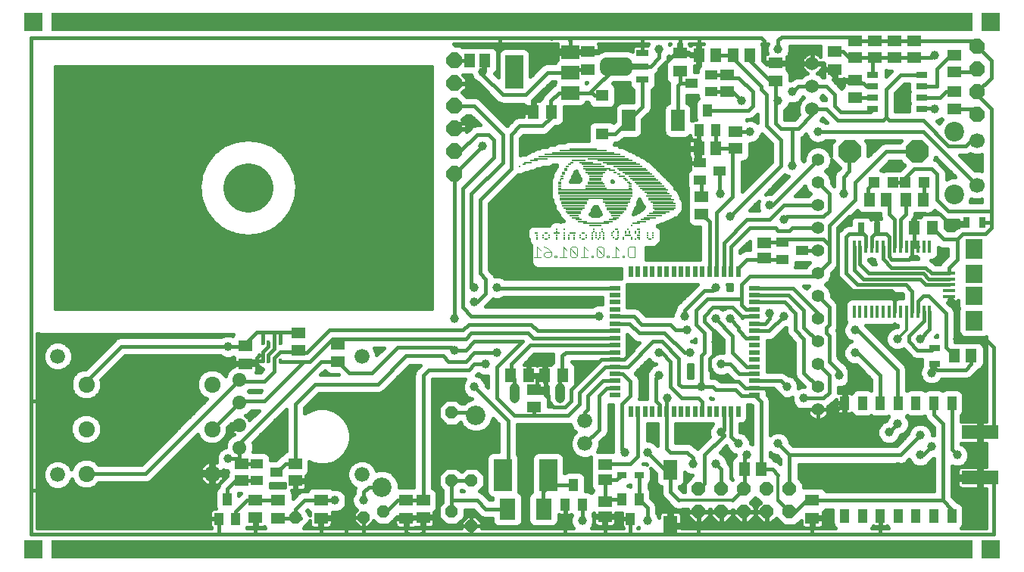
<source format=gbl>
IG75*
G70*
%OFA0B0*%
%FSLAX24Y24*%
%IPPOS*%
%LPD*%
%AMOC8*
5,1,8,0,0,1.08239X$1,22.5*
%
%ADD10R,4.0551X0.0787*%
%ADD11C,0.0040*%
%ADD12R,0.0173X0.0087*%
%ADD13R,0.0087X0.0087*%
%ADD14R,0.0260X0.0087*%
%ADD15R,0.0520X0.0087*%
%ADD16R,0.0346X0.0087*%
%ADD17R,0.1126X0.0087*%
%ADD18R,0.0433X0.0087*%
%ADD19R,0.0693X0.0087*%
%ADD20R,0.0780X0.0087*%
%ADD21R,0.0606X0.0087*%
%ADD22R,0.0866X0.0087*%
%ADD23R,0.1039X0.0087*%
%ADD24R,0.0953X0.0087*%
%ADD25R,0.1213X0.0087*%
%ADD26R,0.1299X0.0087*%
%ADD27R,0.3118X0.0087*%
%ADD28R,0.3205X0.0087*%
%ADD29R,0.3291X0.0087*%
%ADD30R,0.1472X0.0087*%
%ADD31R,0.1559X0.0087*%
%ADD32R,0.1819X0.0087*%
%ADD33R,0.3811X0.0087*%
%ADD34R,0.3378X0.0087*%
%ADD35R,0.2772X0.0087*%
%ADD36R,0.2079X0.0087*%
%ADD37R,0.1600X0.0600*%
%ADD38C,0.0440*%
%ADD39R,0.0512X0.0630*%
%ADD40R,0.0630X0.0512*%
%ADD41OC8,0.0600*%
%ADD42C,0.0660*%
%ADD43R,0.0470X0.0220*%
%ADD44R,0.0220X0.0470*%
%ADD45R,0.0512X0.0591*%
%ADD46R,0.0315X0.0472*%
%ADD47R,0.0137X0.0550*%
%ADD48R,0.0551X0.0157*%
%ADD49R,0.0748X0.0787*%
%ADD50R,0.0748X0.0866*%
%ADD51R,0.0472X0.0472*%
%ADD52C,0.0600*%
%ADD53OC8,0.0660*%
%ADD54R,0.0591X0.0512*%
%ADD55R,0.0472X0.0315*%
%ADD56R,0.0630X0.0906*%
%ADD57OC8,0.0520*%
%ADD58R,0.0394X0.0551*%
%ADD59R,0.0394X0.0315*%
%ADD60R,0.0709X0.0945*%
%ADD61R,0.0551X0.0394*%
%ADD62R,0.0394X0.0591*%
%ADD63C,0.0860*%
%ADD64C,0.0630*%
%ADD65C,0.0540*%
%ADD66R,0.0138X0.0197*%
%ADD67R,0.0512X0.0276*%
%ADD68OC8,0.0700*%
%ADD69C,0.0560*%
%ADD70C,0.0866*%
%ADD71C,0.0669*%
%ADD72R,0.0551X0.0315*%
%ADD73R,0.0748X0.0315*%
%ADD74C,0.0600*%
%ADD75R,0.0591X0.0945*%
%ADD76R,0.0790X0.0590*%
%ADD77R,0.0790X0.1500*%
%ADD78OC8,0.1000*%
%ADD79R,0.0579X0.0500*%
%ADD80R,0.0800X0.1400*%
%ADD81R,0.0787X0.0787*%
%ADD82C,0.0180*%
%ADD83C,0.0396*%
%ADD84C,0.0120*%
%ADD85C,0.0160*%
D10*
X022037Y004415D03*
X022037Y027643D03*
D11*
X023150Y017753D02*
X023150Y017293D01*
X023303Y017293D02*
X022997Y017293D01*
X023303Y017600D02*
X023150Y017753D01*
X023457Y017753D02*
X023610Y017676D01*
X023764Y017523D01*
X023534Y017523D01*
X023457Y017446D01*
X023457Y017369D01*
X023534Y017293D01*
X023687Y017293D01*
X023764Y017369D01*
X023764Y017523D01*
X023917Y017369D02*
X023917Y017293D01*
X023994Y017293D01*
X023994Y017369D01*
X023917Y017369D01*
X024147Y017293D02*
X024454Y017293D01*
X024301Y017293D02*
X024301Y017753D01*
X024454Y017600D01*
X024608Y017676D02*
X024915Y017369D01*
X024838Y017293D01*
X024685Y017293D01*
X024608Y017369D01*
X024608Y017676D01*
X024685Y017753D01*
X024838Y017753D01*
X024915Y017676D01*
X024915Y017369D01*
X025068Y017293D02*
X025375Y017293D01*
X025222Y017293D02*
X025222Y017753D01*
X025375Y017600D01*
X025529Y017369D02*
X025529Y017293D01*
X025605Y017293D01*
X025605Y017369D01*
X025529Y017369D01*
X025759Y017369D02*
X025836Y017293D01*
X025989Y017293D01*
X026066Y017369D01*
X025759Y017676D01*
X025759Y017369D01*
X026066Y017369D02*
X026066Y017676D01*
X025989Y017753D01*
X025836Y017753D01*
X025759Y017676D01*
X026219Y017369D02*
X026219Y017293D01*
X026296Y017293D01*
X026296Y017369D01*
X026219Y017369D01*
X026449Y017293D02*
X026756Y017293D01*
X026603Y017293D02*
X026603Y017753D01*
X026756Y017600D01*
X026910Y017369D02*
X026910Y017293D01*
X026987Y017293D01*
X026987Y017369D01*
X026910Y017369D01*
X027140Y017369D02*
X027140Y017676D01*
X027217Y017753D01*
X027447Y017753D01*
X027447Y017293D01*
X027217Y017293D01*
X027140Y017369D01*
D12*
X026651Y018081D03*
X026651Y018514D03*
X027603Y018514D03*
X027603Y018254D03*
X027603Y018168D03*
X028123Y018081D03*
X025178Y018081D03*
X025178Y018341D03*
X023532Y018341D03*
X023532Y018081D03*
X023099Y018341D03*
X024139Y020333D03*
X024139Y020420D03*
X024139Y020506D03*
X024139Y020593D03*
X024225Y020766D03*
X024225Y020853D03*
X024312Y020939D03*
X024312Y021026D03*
X024399Y021113D03*
X024399Y021199D03*
X024485Y021286D03*
X024572Y021372D03*
X024658Y021459D03*
X026564Y021026D03*
X026737Y020939D03*
X026997Y020766D03*
X027084Y020680D03*
X027170Y020593D03*
X027257Y020506D03*
X027257Y020420D03*
X027257Y020333D03*
X022580Y021372D03*
D13*
X022363Y021286D03*
X024182Y020680D03*
X027300Y018687D03*
X027127Y018514D03*
X027214Y018428D03*
X027214Y018341D03*
X027040Y018341D03*
X027040Y018428D03*
X026954Y018168D03*
X026954Y018081D03*
X026694Y018168D03*
X026694Y018254D03*
X026694Y018341D03*
X026694Y018428D03*
X026521Y018428D03*
X026434Y018341D03*
X026434Y018254D03*
X026521Y018168D03*
X026088Y018168D03*
X026088Y018254D03*
X026088Y018341D03*
X026001Y018428D03*
X026001Y018514D03*
X025914Y018341D03*
X025914Y018254D03*
X025914Y018168D03*
X025828Y018081D03*
X025741Y018168D03*
X025741Y018254D03*
X025741Y018341D03*
X025654Y018428D03*
X025654Y018514D03*
X025568Y018341D03*
X025568Y018254D03*
X025568Y018168D03*
X025568Y018081D03*
X025308Y018168D03*
X025308Y018254D03*
X025048Y018254D03*
X025048Y018168D03*
X024788Y018168D03*
X024788Y018254D03*
X024788Y018081D03*
X024528Y018081D03*
X024528Y018168D03*
X024528Y018254D03*
X024355Y018254D03*
X024355Y018168D03*
X024355Y018081D03*
X024355Y018341D03*
X024355Y018514D03*
X024009Y018514D03*
X024009Y018428D03*
X024009Y018254D03*
X024009Y018168D03*
X024009Y018081D03*
X023662Y018168D03*
X023662Y018254D03*
X023402Y018254D03*
X023402Y018168D03*
X023143Y018168D03*
X023143Y018254D03*
X023143Y018081D03*
X026088Y018081D03*
X027300Y018081D03*
X027300Y018168D03*
X027473Y018081D03*
X027647Y018081D03*
X027647Y018341D03*
X027647Y018428D03*
X027473Y018428D03*
X027473Y018341D03*
X027993Y018341D03*
X027993Y018254D03*
X027993Y018168D03*
X028253Y018168D03*
X028253Y018254D03*
X028253Y018341D03*
D14*
X027127Y018254D03*
X026607Y019034D03*
X024962Y018947D03*
X024702Y018341D03*
X024009Y018341D03*
X026867Y020853D03*
X026434Y021113D03*
D15*
X025698Y020766D03*
X025698Y020680D03*
X026651Y019207D03*
X025698Y018687D03*
X028123Y019034D03*
D16*
X027517Y018774D03*
X026477Y018947D03*
X024832Y019034D03*
X022753Y021459D03*
X023013Y021546D03*
D17*
X024788Y019727D03*
X024788Y019640D03*
X025741Y018774D03*
X027993Y020593D03*
X027906Y020680D03*
X027820Y020766D03*
X027733Y020853D03*
X028080Y020506D03*
X028166Y020420D03*
X028253Y020333D03*
X028340Y020246D03*
X028513Y019987D03*
X028599Y019813D03*
D18*
X027906Y018947D03*
X027733Y018861D03*
X026607Y019120D03*
X026261Y018861D03*
X025135Y018861D03*
X024788Y019120D03*
D19*
X024745Y019294D03*
X025698Y020593D03*
X025698Y020939D03*
X026651Y019294D03*
X028296Y019120D03*
D20*
X028426Y019207D03*
X028599Y019294D03*
X025741Y020506D03*
X024788Y019380D03*
D21*
X024788Y019207D03*
X025741Y020853D03*
X025308Y021459D03*
X024962Y021546D03*
X023316Y021632D03*
D22*
X025525Y021372D03*
X025698Y021026D03*
X025698Y020420D03*
X026651Y019467D03*
X026651Y019380D03*
X028729Y019380D03*
D23*
X028729Y019467D03*
X028729Y019554D03*
X028729Y019640D03*
X028643Y019727D03*
X028556Y019900D03*
X028469Y020073D03*
X028383Y020160D03*
X026651Y019640D03*
X026651Y019554D03*
X024745Y019554D03*
D24*
X024788Y019467D03*
X025741Y020333D03*
X025741Y021113D03*
X025654Y021286D03*
D25*
X025784Y021199D03*
X025178Y022065D03*
X027517Y021026D03*
X027603Y020939D03*
X026651Y019813D03*
X026651Y019727D03*
D26*
X024788Y019813D03*
X027127Y021286D03*
X027300Y021199D03*
X027387Y021113D03*
D27*
X025698Y019900D03*
D28*
X025741Y019987D03*
D29*
X025698Y020073D03*
X025698Y020160D03*
X025698Y020246D03*
D30*
X026780Y021459D03*
X026954Y021372D03*
D31*
X026564Y021546D03*
D32*
X026261Y021632D03*
D33*
X025091Y021719D03*
D34*
X025135Y021806D03*
D35*
X025178Y021892D03*
D36*
X025178Y021979D03*
D37*
X042632Y009572D03*
X042632Y007572D03*
D38*
X024132Y011102D02*
X024132Y011542D01*
X022132Y011542D02*
X022132Y011102D01*
D39*
X021988Y012072D03*
X022776Y012072D03*
X023488Y012072D03*
X024276Y012072D03*
X039738Y018572D03*
X040526Y018572D03*
X023776Y023697D03*
X022988Y023697D03*
D40*
X025382Y025554D03*
X025382Y026341D03*
X029429Y026273D03*
X029429Y025486D03*
X033632Y025841D03*
X033632Y025054D03*
X036257Y025554D03*
X036257Y026341D03*
X023007Y011466D03*
X023007Y010679D03*
X017382Y006591D03*
X017382Y005804D03*
X013632Y005804D03*
X013632Y006591D03*
X011757Y006591D03*
X011757Y005804D03*
X010309Y012594D03*
X010309Y013381D03*
X035257Y006591D03*
X035257Y005804D03*
D41*
X034257Y006072D03*
X033257Y006072D03*
X032257Y006072D03*
X031257Y006072D03*
X030257Y006072D03*
X030257Y007072D03*
X031257Y007072D03*
X032257Y007072D03*
X033257Y007072D03*
X034257Y007072D03*
D42*
X025257Y009072D03*
X025257Y010072D03*
X015436Y007716D03*
X015436Y012924D03*
X002044Y012924D03*
X002044Y007716D03*
D43*
X026561Y011210D03*
X026561Y011525D03*
X026561Y011840D03*
X026561Y012155D03*
X026561Y012470D03*
X026561Y012785D03*
X026561Y013100D03*
X026561Y013415D03*
X026561Y013730D03*
X026561Y014045D03*
X026561Y014360D03*
X026561Y014675D03*
X026561Y014990D03*
X026561Y015305D03*
X026561Y015620D03*
X026561Y015934D03*
X032703Y015934D03*
X032703Y015620D03*
X032703Y015305D03*
X032703Y014990D03*
X032703Y014675D03*
X032703Y014360D03*
X032703Y014045D03*
X032703Y013730D03*
X032703Y013415D03*
X032703Y013100D03*
X032703Y012785D03*
X032703Y012470D03*
X032703Y012155D03*
X032703Y011840D03*
X032703Y011525D03*
X032703Y011210D03*
D44*
X031994Y010501D03*
X031679Y010501D03*
X031364Y010501D03*
X031049Y010501D03*
X030734Y010501D03*
X030419Y010501D03*
X030104Y010501D03*
X029789Y010501D03*
X029474Y010501D03*
X029159Y010501D03*
X028844Y010501D03*
X028529Y010501D03*
X028215Y010501D03*
X027900Y010501D03*
X027585Y010501D03*
X027270Y010501D03*
X027270Y016643D03*
X027585Y016643D03*
X027900Y016643D03*
X028215Y016643D03*
X028529Y016643D03*
X028844Y016643D03*
X029159Y016643D03*
X029474Y016643D03*
X029789Y016643D03*
X030104Y016643D03*
X030419Y016643D03*
X030734Y016643D03*
X031049Y016643D03*
X031364Y016643D03*
X031679Y016643D03*
X031994Y016643D03*
D45*
X037758Y019822D03*
X038506Y019822D03*
X039383Y019822D03*
X040131Y019822D03*
X031006Y022072D03*
X030258Y022072D03*
X030258Y026197D03*
X031006Y026197D03*
X031758Y026197D03*
X032506Y026197D03*
X020841Y025947D03*
X020172Y025947D03*
X041508Y012947D03*
X042256Y012947D03*
X033006Y007947D03*
X032258Y007947D03*
D46*
X037402Y018572D03*
X038111Y018572D03*
X042027Y018822D03*
X042736Y018822D03*
D47*
X040420Y017762D03*
X040164Y017762D03*
X039908Y017762D03*
X039652Y017762D03*
X039397Y017762D03*
X039141Y017762D03*
X038885Y017762D03*
X038629Y017762D03*
X038373Y017762D03*
X038117Y017762D03*
X037861Y017762D03*
X037605Y017762D03*
X037349Y017762D03*
X037093Y017762D03*
X037093Y014883D03*
X037349Y014883D03*
X037605Y014883D03*
X037861Y014883D03*
X038117Y014883D03*
X038373Y014883D03*
X038629Y014883D03*
X038885Y014883D03*
X039141Y014883D03*
X039397Y014883D03*
X039652Y014883D03*
X039908Y014883D03*
X040164Y014883D03*
X040420Y014883D03*
D48*
X041260Y015560D03*
X041260Y015816D03*
X041260Y016072D03*
X041260Y016328D03*
X041260Y016584D03*
D49*
X042382Y016564D03*
X042382Y015580D03*
D50*
X042382Y014497D03*
X042382Y017647D03*
D51*
X040170Y020572D03*
X039343Y020572D03*
X038795Y020572D03*
X037968Y020572D03*
D52*
X035257Y023822D03*
X035257Y024822D03*
X035257Y025822D03*
D53*
X042507Y025572D03*
X042507Y024572D03*
X042507Y023572D03*
X042507Y026572D03*
D54*
X041507Y026196D03*
X041507Y025448D03*
X041507Y024571D03*
X041507Y023823D03*
X039757Y026073D03*
X039757Y026821D03*
X038882Y026821D03*
X038882Y026073D03*
X038007Y026073D03*
X037132Y026073D03*
X037132Y026821D03*
X038007Y026821D03*
X037132Y025071D03*
X037132Y024323D03*
X031882Y022821D03*
X031882Y022073D03*
X031507Y024573D03*
X031507Y025321D03*
X030382Y019946D03*
X030382Y019198D03*
X033132Y017907D03*
X033132Y017238D03*
X026132Y008157D03*
X026132Y007488D03*
X026132Y006532D03*
X026132Y005863D03*
X018132Y005823D03*
X018132Y006571D03*
X012507Y007448D03*
X012507Y008196D03*
X010132Y008196D03*
X010132Y007448D03*
X010757Y006571D03*
X010757Y005823D03*
X014382Y012698D03*
X014382Y013446D03*
X012632Y013198D03*
X012632Y013946D03*
D55*
X040632Y013302D03*
X040632Y012593D03*
D56*
X029007Y007937D03*
X029007Y005457D03*
D57*
X020257Y005447D03*
X019382Y006072D03*
X019382Y007447D03*
X020257Y007447D03*
X016382Y006072D03*
X015507Y005822D03*
X012507Y005822D03*
X019382Y010447D03*
D58*
X024757Y007255D03*
X025131Y006389D03*
X024383Y006389D03*
X026883Y006630D03*
X027631Y006630D03*
X027257Y005764D03*
X009881Y005764D03*
X009133Y005764D03*
X009507Y006630D03*
X030258Y022889D03*
X031006Y022889D03*
X030632Y023755D03*
D59*
X027651Y007697D03*
X026863Y007697D03*
D60*
X023429Y006197D03*
X021835Y006197D03*
D61*
X011690Y007822D03*
X010824Y007448D03*
X010824Y008196D03*
X030324Y020698D03*
X030324Y021446D03*
X031190Y021072D03*
X033949Y017946D03*
X034815Y017572D03*
X033949Y017198D03*
X030815Y024573D03*
X029949Y024947D03*
X030815Y025321D03*
D62*
X036672Y010861D03*
X037460Y010861D03*
X038247Y010861D03*
X039034Y010861D03*
X039822Y010861D03*
X040609Y010861D03*
X041397Y010861D03*
X041397Y005900D03*
X040609Y005900D03*
X039822Y005900D03*
X039034Y005900D03*
X038247Y005900D03*
X037460Y005900D03*
X036672Y005900D03*
D63*
X020452Y010323D03*
X016318Y007170D03*
D64*
X008803Y007725D02*
X008803Y007795D01*
X008873Y007795D01*
X008873Y007725D01*
X008803Y007725D01*
X008804Y009693D02*
X008804Y009763D01*
X008874Y009763D01*
X008874Y009693D01*
X008804Y009693D01*
X008804Y011661D02*
X008804Y011731D01*
X008874Y011731D01*
X008874Y011661D01*
X008804Y011661D01*
X003261Y011663D02*
X003261Y011733D01*
X003331Y011733D01*
X003331Y011663D01*
X003261Y011663D01*
X003259Y009760D02*
X003259Y009690D01*
X003259Y009760D02*
X003329Y009760D01*
X003329Y009690D01*
X003259Y009690D01*
X003264Y007794D02*
X003264Y007724D01*
X003264Y007794D02*
X003334Y007794D01*
X003334Y007724D01*
X003264Y007724D01*
D65*
X010023Y008869D02*
X010083Y008869D01*
X010023Y008869D02*
X010023Y008929D01*
X010083Y008929D01*
X010083Y008869D01*
X010083Y009869D02*
X010023Y009869D01*
X010023Y009929D01*
X010083Y009929D01*
X010083Y009869D01*
X010083Y010869D02*
X010023Y010869D01*
X010023Y010929D01*
X010083Y010929D01*
X010083Y010869D01*
X010083Y011869D02*
X010023Y011869D01*
X010023Y011929D01*
X010083Y011929D01*
X010083Y011869D01*
D66*
X011068Y012711D03*
X011324Y012711D03*
X011580Y012711D03*
X011836Y012711D03*
X011836Y013518D03*
X011580Y013518D03*
X011324Y013518D03*
X011068Y013518D03*
D67*
X037924Y023822D03*
X037924Y024322D03*
X037924Y024822D03*
X037924Y025322D03*
X040090Y025322D03*
X040090Y024822D03*
X040090Y024322D03*
X040090Y023822D03*
D68*
X019507Y023947D03*
X019507Y022947D03*
X019507Y021947D03*
X019507Y020947D03*
X019507Y024947D03*
X019507Y025947D03*
D69*
X035507Y021572D03*
X035507Y020572D03*
X035507Y019572D03*
X035507Y018572D03*
X035507Y017572D03*
X035507Y016572D03*
X035507Y015572D03*
X035507Y014572D03*
X035507Y013572D03*
X035507Y012572D03*
X035507Y011572D03*
X035507Y010572D03*
D70*
X041523Y020069D03*
X041523Y022825D03*
D71*
X042507Y022432D03*
X042507Y020463D03*
D72*
X027787Y025107D03*
X027787Y026287D03*
D73*
X027687Y025697D03*
D74*
X026219Y025597D02*
X026219Y025797D01*
X027055Y025797D01*
X027055Y025597D01*
X026219Y025597D01*
D75*
X027174Y023322D03*
X029340Y023322D03*
D76*
X024622Y024537D03*
X024622Y025437D03*
X024622Y026337D03*
D77*
X022142Y025447D03*
D78*
X036902Y021947D03*
X039862Y021947D03*
D79*
X026007Y022726D03*
X026007Y024419D03*
D80*
X023632Y007697D03*
X021632Y007697D03*
D81*
X000974Y004415D03*
X000974Y027643D03*
X043100Y027643D03*
X043100Y004415D03*
D82*
X043257Y005072D02*
X043257Y007572D01*
X042632Y007572D01*
X041632Y008572D02*
X041397Y008807D01*
X041397Y010861D01*
X040609Y010861D02*
X040609Y010345D01*
X041007Y009947D01*
X041007Y006572D01*
X041382Y006197D01*
X041382Y005915D01*
X041397Y005900D01*
X041007Y006572D02*
X035276Y006572D01*
X035257Y006591D01*
X035238Y006572D01*
X035007Y006572D01*
X034507Y006072D01*
X034257Y006072D01*
X033757Y006572D01*
X033257Y006072D02*
X032257Y006072D01*
X031257Y006072D01*
X030257Y006072D01*
X030257Y005072D01*
X035257Y005072D01*
X035257Y005804D01*
X035257Y005072D02*
X038257Y005072D01*
X038247Y005082D01*
X038247Y005900D01*
X038257Y005072D02*
X043257Y005072D01*
X040132Y008572D02*
X040507Y008947D01*
X040132Y008572D02*
X040007Y008572D01*
X039132Y008572D02*
X040007Y009447D01*
X039007Y009947D02*
X038632Y009572D01*
X038882Y008572D02*
X034257Y008572D01*
X034257Y007072D01*
X033757Y007697D02*
X033507Y007947D01*
X033006Y007947D01*
X033006Y010907D01*
X032703Y011210D01*
X032690Y011197D01*
X032132Y011197D01*
X031882Y011447D01*
X031007Y011447D01*
X030882Y011572D01*
X030382Y011572D01*
X030382Y012947D01*
X030507Y013072D01*
X030507Y013947D01*
X030132Y014322D01*
X030132Y014947D01*
X030632Y015447D01*
X032132Y015447D01*
X032132Y016072D01*
X032507Y016447D01*
X035382Y016447D01*
X035507Y016572D01*
X036007Y017072D01*
X036007Y017822D01*
X036007Y018697D01*
X037132Y019822D01*
X037132Y020572D01*
X038507Y021947D01*
X039862Y021947D01*
X039757Y021197D02*
X040507Y021197D01*
X040757Y020947D01*
X040757Y019822D01*
X041257Y019322D01*
X043132Y019322D01*
X043132Y018822D01*
X042736Y018822D01*
X043132Y018822D02*
X043132Y018572D01*
X042882Y018322D01*
X041882Y018322D01*
X041632Y018072D01*
X041026Y018072D01*
X040526Y018572D01*
X040882Y019197D02*
X039882Y019197D01*
X039738Y019054D01*
X039738Y018572D01*
X039757Y018554D01*
X039757Y017866D01*
X039652Y017762D01*
X038132Y018593D02*
X038111Y018572D01*
X038132Y018593D02*
X038132Y018822D01*
X037882Y019072D01*
X036882Y019072D01*
X036382Y018572D01*
X036382Y016447D01*
X036382Y012947D01*
X036882Y012447D01*
X036882Y011697D01*
X036757Y011572D01*
X036757Y010947D01*
X036670Y010861D01*
X036382Y010572D01*
X035507Y010572D01*
X034507Y010572D01*
X033554Y011525D01*
X032703Y011525D01*
X032304Y011525D01*
X032007Y011822D01*
X031257Y011822D01*
X030757Y012322D01*
X030757Y012822D01*
X031007Y013072D01*
X031007Y013550D01*
X031007Y013947D01*
X030507Y014447D01*
X030507Y014697D01*
X030882Y015072D01*
X031757Y015072D01*
X032154Y014675D01*
X032703Y014675D01*
X032703Y014360D02*
X033169Y014360D01*
X033382Y014572D01*
X033382Y014822D01*
X032703Y014990D02*
X032340Y014990D01*
X032132Y015197D01*
X032132Y015447D01*
X032703Y015305D02*
X034025Y015305D01*
X034507Y014822D01*
X034507Y014072D01*
X034882Y013697D01*
X034882Y012197D01*
X035507Y011572D01*
X035757Y011072D02*
X036007Y011322D01*
X036007Y012072D01*
X035507Y012572D01*
X036007Y012697D02*
X036007Y013822D01*
X035882Y013947D01*
X035882Y014197D01*
X036007Y014322D01*
X036007Y015072D01*
X035507Y015572D01*
X035507Y014822D02*
X035507Y014572D01*
X035507Y014822D02*
X034395Y015934D01*
X032703Y015934D01*
X032703Y015620D02*
X034210Y015620D01*
X034882Y014947D01*
X034882Y014197D01*
X035507Y013572D01*
X036007Y012697D02*
X036444Y012260D01*
X036444Y012072D01*
X035757Y011072D02*
X034882Y011072D01*
X034132Y011572D02*
X033864Y011840D01*
X032703Y011840D01*
X032703Y012155D02*
X032049Y012155D01*
X031632Y012572D01*
X031257Y012572D01*
X031757Y013072D02*
X031757Y013822D01*
X031007Y014572D01*
X031632Y014572D02*
X032007Y014197D01*
X032007Y014072D01*
X032349Y013730D01*
X032703Y013730D01*
X032703Y014045D02*
X033354Y014045D01*
X034007Y014697D01*
X032359Y012470D02*
X031757Y013072D01*
X032359Y012470D02*
X032703Y012470D01*
X030382Y011572D02*
X029507Y011572D01*
X029382Y011697D01*
X029382Y012822D01*
X028632Y013572D01*
X028257Y013572D01*
X027154Y012470D01*
X026561Y012470D01*
X026154Y012470D01*
X025007Y011322D01*
X025007Y010822D01*
X024507Y010322D01*
X023007Y010322D01*
X023007Y010679D01*
X023007Y010322D02*
X022132Y010322D01*
X021382Y011072D01*
X021382Y012447D01*
X022507Y013572D01*
X020382Y013572D01*
X020007Y013197D01*
X019507Y013197D01*
X019382Y013322D01*
X017007Y013322D01*
X015882Y012197D01*
X014883Y012197D01*
X014382Y012698D01*
X013633Y012698D01*
X010132Y009197D01*
X010132Y008978D01*
X010053Y008899D01*
X010053Y008447D01*
X010019Y008413D01*
X009547Y008413D01*
X010053Y008447D02*
X010053Y008275D01*
X010132Y008196D01*
X010824Y008196D01*
X011690Y007822D02*
X012064Y008196D01*
X012507Y008196D01*
X012507Y010822D01*
X013382Y011697D01*
X016132Y011697D01*
X017382Y012947D01*
X019007Y012947D01*
X019257Y012697D01*
X020007Y012697D01*
X020382Y013072D01*
X021382Y013072D01*
X020882Y012572D02*
X020382Y012572D01*
X020132Y012322D01*
X018382Y012322D01*
X018132Y012072D01*
X018132Y006571D01*
X018112Y006591D01*
X017382Y006591D01*
X017363Y006572D01*
X017007Y006572D01*
X016507Y006072D01*
X016382Y006072D01*
X015507Y005822D02*
X015507Y005072D01*
X017507Y005072D01*
X017382Y005197D01*
X017382Y005804D01*
X018132Y005823D02*
X018132Y005197D01*
X018007Y005072D01*
X020257Y005072D01*
X020257Y005447D01*
X020257Y005072D02*
X024382Y005072D01*
X024383Y005073D01*
X024383Y006389D01*
X025131Y006389D02*
X025131Y005698D01*
X025132Y005697D01*
X026132Y005863D02*
X026132Y005072D01*
X027257Y005072D01*
X027257Y005764D01*
X028007Y005697D02*
X028007Y006254D01*
X027631Y006630D01*
X027631Y006573D01*
X027632Y006572D01*
X027631Y006630D02*
X027651Y006650D01*
X027651Y007697D01*
X026863Y007697D02*
X026653Y007488D01*
X026132Y007488D01*
X026132Y006532D01*
X026230Y006630D01*
X026883Y006630D01*
X029007Y006947D02*
X029382Y006572D01*
X029007Y006947D02*
X029007Y007937D01*
X029007Y007947D01*
X028757Y007947D01*
X028007Y008697D01*
X027585Y008525D02*
X027257Y008197D01*
X026172Y008197D01*
X026132Y008157D01*
X026132Y008197D01*
X026132Y008157D02*
X026132Y008072D01*
X026257Y008197D01*
X026882Y008822D02*
X027007Y008697D01*
X026882Y008822D02*
X026882Y010822D01*
X027257Y011197D01*
X027257Y011822D01*
X026924Y012155D01*
X026561Y012155D01*
X026561Y011840D02*
X026025Y011840D01*
X025382Y011197D01*
X025382Y010572D01*
X025257Y010447D01*
X025257Y010072D01*
X025882Y009697D02*
X025257Y009072D01*
X025882Y009697D02*
X025882Y011197D01*
X026210Y011525D01*
X026561Y011525D01*
X027585Y010501D02*
X027585Y008525D01*
X028844Y008860D02*
X029007Y008697D01*
X029757Y008697D01*
X030007Y008447D01*
X030007Y008197D01*
X030507Y008572D02*
X031364Y009430D01*
X031364Y009447D01*
X031239Y009572D01*
X031257Y009572D01*
X031364Y009680D01*
X031364Y010501D01*
X031679Y010501D02*
X031679Y009400D01*
X032007Y009072D01*
X032382Y008572D02*
X032258Y008448D01*
X032258Y007947D01*
X032258Y007073D01*
X032257Y007072D01*
X031757Y006572D01*
X031257Y007072D02*
X031257Y007947D01*
X031007Y008197D01*
X030507Y008572D02*
X030507Y007322D01*
X030257Y007072D01*
X029007Y007937D02*
X028997Y007947D01*
X028844Y008860D02*
X028844Y010501D01*
X028844Y011035D01*
X028882Y011072D01*
X028529Y010800D02*
X028382Y010947D01*
X028382Y011947D01*
X028507Y012072D01*
X029007Y011572D02*
X029507Y011072D01*
X030257Y011072D01*
X030419Y010910D01*
X030419Y010501D01*
X029007Y011572D02*
X029007Y012697D01*
X028632Y013072D01*
X028507Y013072D01*
X027382Y013197D02*
X027382Y013527D01*
X027234Y013550D01*
X027382Y013197D02*
X026969Y012785D01*
X026561Y012785D01*
X025969Y012785D01*
X024632Y011447D01*
X024632Y010947D01*
X024382Y010697D01*
X023882Y010697D01*
X023632Y010947D01*
X023632Y011197D01*
X023507Y011322D01*
X023151Y011322D01*
X023007Y011466D01*
X023132Y011591D01*
X023132Y012072D01*
X022776Y012072D01*
X023132Y012072D02*
X023488Y012072D01*
X024132Y011929D02*
X024276Y012072D01*
X024257Y012091D01*
X024257Y012947D01*
X024409Y013100D01*
X026561Y013100D01*
X026561Y013415D02*
X022849Y013415D01*
X022007Y012572D01*
X022007Y012072D01*
X021988Y012072D01*
X022007Y012091D01*
X021988Y012072D02*
X022132Y011929D01*
X022132Y011322D01*
X021864Y010090D02*
X020382Y011572D01*
X020328Y010447D02*
X019382Y010447D01*
X020328Y010447D02*
X020452Y010323D01*
X021864Y010090D02*
X021864Y007930D01*
X021632Y007697D01*
X020257Y007447D02*
X019382Y007447D01*
X019382Y006572D01*
X020507Y006572D01*
X020882Y006197D01*
X021835Y006197D01*
X023400Y006227D02*
X023429Y006197D01*
X023400Y006227D02*
X023400Y006938D01*
X023716Y007255D01*
X023632Y007340D01*
X023632Y007697D01*
X023716Y007255D02*
X024757Y007255D01*
X024382Y005072D02*
X026132Y005072D01*
X027257Y005072D02*
X029007Y005072D01*
X029007Y005457D01*
X029007Y005072D02*
X030257Y005072D01*
X033757Y009072D02*
X034257Y008572D01*
X036670Y010861D02*
X036672Y010861D01*
X036632Y010901D01*
X038247Y010861D02*
X038257Y010870D01*
X038257Y012072D01*
X037257Y013072D01*
X037132Y013072D01*
X037132Y014072D02*
X037257Y014072D01*
X039007Y012322D01*
X039007Y010888D01*
X039034Y010861D01*
X040507Y012197D02*
X040507Y012572D01*
X041508Y012947D02*
X041507Y012947D01*
X041632Y013697D02*
X041632Y015197D01*
X041382Y015447D01*
X040420Y014883D02*
X040420Y014111D01*
X040007Y013697D01*
X041757Y013697D02*
X042882Y013697D01*
X043257Y013322D01*
X043257Y009572D01*
X042632Y009572D01*
X041260Y016584D02*
X041260Y016825D01*
X041632Y017197D01*
X041632Y018072D01*
X041632Y018697D02*
X041382Y018697D01*
X040882Y019197D01*
X041632Y018697D02*
X041902Y018697D01*
X042027Y018822D01*
X042007Y018843D01*
X042007Y018947D01*
X042027Y018927D02*
X042027Y018822D01*
X043132Y019322D02*
X043132Y023822D01*
X042507Y024447D01*
X042507Y024572D01*
X043132Y025197D01*
X043132Y025947D01*
X042507Y026572D01*
X042258Y026821D01*
X039757Y026821D01*
X038882Y026821D01*
X038007Y026821D01*
X037132Y026821D01*
X037132Y026816D01*
X037136Y026812D01*
X037132Y026816D02*
X036950Y026998D01*
X033912Y026998D01*
X033757Y026843D01*
X033757Y026447D01*
X033132Y026822D02*
X033007Y026947D01*
X030132Y026947D01*
X030258Y026948D01*
X030258Y026197D01*
X031006Y026197D02*
X031757Y026197D01*
X031882Y026072D01*
X031882Y025947D01*
X033007Y024822D01*
X033007Y024697D01*
X033257Y024447D01*
X033257Y023072D01*
X033882Y022447D01*
X033882Y021322D01*
X031632Y019072D01*
X031049Y019240D02*
X031757Y019947D01*
X031757Y021948D01*
X031882Y022073D01*
X031881Y022072D01*
X031006Y022072D01*
X031006Y022889D01*
X031757Y022822D02*
X031882Y022821D01*
X031757Y022822D02*
X032507Y022822D01*
X033632Y023197D02*
X033882Y022947D01*
X034382Y022947D01*
X034382Y021322D01*
X035507Y021572D02*
X033507Y019572D01*
X033382Y019572D01*
X033382Y018947D02*
X032382Y018947D01*
X031364Y017930D01*
X031364Y016643D01*
X031049Y016643D02*
X031049Y019240D01*
X030734Y018845D02*
X030382Y019197D01*
X030382Y019198D01*
X030734Y018845D02*
X030734Y016643D01*
X031007Y015947D02*
X030882Y015822D01*
X030507Y015822D01*
X029632Y014947D01*
X029632Y014697D01*
X029007Y014322D02*
X029257Y014072D01*
X029757Y014072D01*
X029007Y014322D02*
X027757Y014322D01*
X027404Y014675D01*
X026561Y014675D01*
X026561Y014360D02*
X027219Y014360D01*
X027632Y013947D01*
X028757Y013947D01*
X029632Y013072D01*
X029882Y013072D01*
X026561Y013730D02*
X022974Y013730D01*
X022757Y013947D01*
X020257Y013947D01*
X020007Y013697D01*
X014507Y013697D01*
X014382Y013572D01*
X014382Y013446D01*
X014507Y013697D02*
X014132Y013697D01*
X013132Y012697D01*
X012882Y012697D01*
X011849Y012697D01*
X011836Y012711D01*
X011580Y012711D02*
X011580Y012270D01*
X011132Y011822D01*
X010130Y011822D01*
X010053Y011899D01*
X005913Y007759D01*
X003299Y007759D01*
X000953Y007018D02*
X000882Y006947D01*
X000882Y010947D01*
X003757Y010947D01*
X005403Y012594D01*
X010309Y012594D01*
X010426Y012711D01*
X011068Y012711D01*
X011071Y012714D01*
X011071Y013114D01*
X011324Y013367D01*
X011324Y013518D01*
X011579Y013517D02*
X011580Y013518D01*
X011580Y014002D01*
X011579Y014003D01*
X011071Y014003D01*
X011068Y014000D01*
X011068Y013518D01*
X011579Y013517D02*
X011579Y013241D01*
X011324Y012986D01*
X011324Y012711D01*
X011580Y012711D02*
X011580Y012861D01*
X011833Y013114D01*
X012548Y013114D01*
X012632Y013198D01*
X012757Y013073D01*
X013008Y013073D01*
X014007Y014072D01*
X019882Y014072D01*
X020132Y014322D01*
X022882Y014322D01*
X023159Y014045D01*
X026561Y014045D01*
X025882Y014697D02*
X020257Y014697D01*
X019882Y015072D01*
X019882Y020322D01*
X021257Y021697D01*
X021257Y022447D01*
X021007Y022697D01*
X020507Y022697D01*
X019757Y021947D01*
X019507Y021947D01*
X019507Y020947D02*
X020757Y022197D01*
X021632Y022697D02*
X021632Y021447D01*
X020257Y020072D01*
X020257Y015947D01*
X020382Y015947D01*
X020882Y015697D02*
X020507Y015322D01*
X020382Y015322D01*
X020882Y015697D02*
X020882Y016322D01*
X020632Y016572D01*
X020632Y019822D01*
X022007Y021197D01*
X022007Y022697D01*
X022382Y023072D01*
X023382Y023072D01*
X023776Y023466D01*
X023776Y023697D01*
X023757Y023716D01*
X023757Y024197D01*
X024097Y024537D01*
X024622Y024537D01*
X025472Y024537D01*
X025507Y024572D01*
X025660Y024419D01*
X026007Y024419D01*
X025507Y024572D02*
X026632Y025697D01*
X027687Y025697D01*
X028132Y025697D01*
X028507Y026072D01*
X028507Y026447D01*
X027787Y026287D02*
X027787Y026917D01*
X027757Y026947D01*
X029382Y026947D01*
X029429Y026900D01*
X029429Y026273D01*
X029429Y026275D01*
X029382Y026322D01*
X029257Y026197D01*
X029132Y026197D01*
X028507Y025572D01*
X028507Y022822D01*
X028882Y022447D01*
X030257Y022447D01*
X030257Y022572D01*
X030258Y022573D01*
X030258Y022889D01*
X030258Y022072D01*
X030132Y021946D01*
X030132Y021638D01*
X030324Y021446D01*
X030324Y020698D02*
X030382Y020640D01*
X030382Y019946D01*
X031190Y020081D02*
X031199Y020072D01*
X031190Y020081D02*
X031190Y021072D01*
X033382Y018947D02*
X034007Y019572D01*
X035507Y019572D01*
X035757Y019072D02*
X036007Y019322D01*
X036007Y020072D01*
X035507Y020572D01*
X036632Y020822D02*
X036632Y020072D01*
X036632Y020822D02*
X036882Y021072D01*
X036882Y021927D01*
X036902Y021947D01*
X035507Y022822D02*
X040132Y022822D01*
X042491Y020463D01*
X042507Y020463D01*
X042007Y022197D02*
X041257Y022197D01*
X040132Y023322D01*
X038632Y023322D01*
X038507Y023447D01*
X038382Y023322D01*
X036382Y023322D01*
X035882Y023822D01*
X035257Y023822D01*
X035257Y023572D01*
X034632Y022947D01*
X034382Y022947D01*
X033632Y023197D02*
X033632Y024197D01*
X033632Y025054D01*
X033613Y025072D01*
X033382Y025072D01*
X032507Y025947D01*
X032507Y026196D01*
X032506Y026197D01*
X031758Y026197D02*
X031757Y026197D01*
X031632Y025322D02*
X031508Y025322D01*
X031507Y025321D01*
X031008Y025321D01*
X030882Y025322D01*
X030881Y025321D01*
X030815Y025321D01*
X031632Y025322D02*
X031757Y025197D01*
X032007Y025197D01*
X032632Y024572D01*
X032632Y023947D01*
X032440Y023755D01*
X030632Y023755D01*
X030815Y024573D02*
X031507Y024573D01*
X031756Y024573D01*
X032132Y024197D01*
X033632Y024197D02*
X033757Y024197D01*
X034382Y024572D02*
X034632Y024822D01*
X035257Y024822D01*
X035882Y024822D01*
X036257Y024447D01*
X036257Y023947D01*
X036507Y023697D01*
X037799Y023697D01*
X037924Y023822D01*
X037924Y024322D02*
X037923Y024323D01*
X037132Y024323D01*
X037632Y024822D02*
X037924Y024822D01*
X037632Y024822D02*
X037507Y024947D01*
X037382Y024947D01*
X037257Y025072D01*
X037008Y025072D01*
X037132Y025071D01*
X037006Y025072D01*
X037007Y025072D02*
X036382Y025072D01*
X036007Y025447D01*
X035632Y025822D01*
X035257Y025822D01*
X034759Y025822D01*
X034411Y025545D01*
X034081Y025841D01*
X033632Y025841D01*
X033238Y025841D01*
X033132Y025947D01*
X033132Y026822D01*
X033632Y025841D02*
X033632Y025822D01*
X034382Y025572D02*
X034411Y025545D01*
X036007Y025447D02*
X036132Y025572D01*
X036257Y025554D01*
X036882Y026072D02*
X037131Y026072D01*
X037132Y026073D01*
X038007Y026073D01*
X037924Y025991D01*
X037924Y025322D01*
X037132Y025071D02*
X037007Y025072D01*
X036882Y024947D01*
X036882Y026072D02*
X036613Y026341D01*
X036257Y026341D01*
X038007Y026073D02*
X038257Y026072D01*
X038258Y026073D01*
X038882Y026073D01*
X039757Y026073D01*
X040506Y026073D01*
X040632Y026197D01*
X040757Y025572D02*
X041257Y026072D01*
X041506Y026072D01*
X041507Y026196D01*
X041507Y025448D02*
X042383Y025448D01*
X042507Y025572D01*
X042507Y026572D02*
X042383Y026696D01*
X040757Y025572D02*
X040757Y024822D01*
X040090Y024822D01*
X040090Y024322D02*
X040882Y024322D01*
X041132Y024572D01*
X041133Y024571D01*
X041507Y024571D01*
X041507Y023823D02*
X042258Y023822D01*
X042507Y023572D01*
X042507Y022432D02*
X042241Y022432D01*
X042007Y022197D01*
X039757Y021197D02*
X039343Y020784D01*
X039343Y020572D01*
X038795Y020572D01*
X037968Y020572D02*
X037718Y020322D01*
X037718Y019862D01*
X037758Y019822D01*
X035757Y019072D02*
X034132Y019072D01*
X034007Y018947D01*
X034382Y018572D02*
X035507Y018572D01*
X035757Y018072D02*
X034075Y018072D01*
X033949Y017946D01*
X033132Y017946D01*
X033132Y017907D01*
X033132Y017238D02*
X033091Y017197D01*
X032382Y017197D01*
X031994Y016809D01*
X031994Y016643D01*
X031679Y016643D02*
X031679Y017745D01*
X032507Y018572D01*
X033632Y018572D01*
X033757Y018447D01*
X034257Y018447D01*
X034382Y018572D01*
X034815Y017572D02*
X035507Y017572D01*
X036007Y017822D02*
X035757Y018072D01*
X033949Y017198D02*
X033132Y017198D01*
X033132Y017238D01*
X026561Y015934D02*
X021395Y015934D01*
X021382Y015947D01*
X019507Y014572D02*
X019507Y020947D01*
X021632Y022697D02*
X020382Y023947D01*
X019507Y023947D01*
X019757Y023197D02*
X020132Y023197D01*
X019757Y023197D02*
X019507Y022947D01*
X021507Y023947D02*
X022632Y023947D01*
X022882Y023697D01*
X022988Y023697D01*
X022632Y024447D02*
X021632Y024447D01*
X020757Y025322D01*
X020757Y025447D01*
X020841Y025532D01*
X020841Y025947D01*
X020257Y025947D02*
X020172Y025947D01*
X020132Y025947D01*
X019507Y025947D01*
X019507Y024947D02*
X020132Y024947D01*
X020507Y024947D01*
X021507Y023947D01*
X022632Y024447D02*
X023622Y025437D01*
X024622Y025437D01*
X024738Y025554D01*
X025382Y025554D01*
X025378Y026337D02*
X024622Y026337D01*
X024622Y026832D01*
X024507Y026947D01*
X027757Y026947D01*
X029382Y026947D02*
X030132Y026947D01*
X029429Y025486D02*
X029429Y024947D01*
X029340Y024858D01*
X029340Y023322D01*
X027787Y023935D02*
X027174Y023322D01*
X026578Y022726D01*
X026007Y022726D01*
X027787Y023935D02*
X027787Y025107D01*
X029429Y024947D02*
X029949Y024947D01*
X025382Y026341D02*
X025378Y026337D01*
X024507Y026947D02*
X023757Y026947D01*
X023776Y026929D01*
X023757Y026947D02*
X021507Y026947D01*
X021507Y026572D01*
X021507Y026947D02*
X000882Y026947D01*
X000882Y010947D01*
X003296Y011698D02*
X003275Y011795D01*
X004848Y013368D01*
X009547Y013368D01*
X009547Y013350D01*
X009547Y013368D02*
X010296Y013368D01*
X010309Y013381D01*
X010309Y013495D01*
X010817Y014003D01*
X011071Y014003D01*
X011579Y014003D02*
X011833Y014003D01*
X011836Y014000D01*
X012578Y014000D01*
X012632Y013946D01*
X011836Y014000D02*
X011836Y013518D01*
X012632Y013198D02*
X012716Y013114D01*
X012882Y012697D02*
X011132Y010947D01*
X010101Y010947D01*
X010053Y010899D01*
X008881Y009728D01*
X008839Y009728D01*
X008882Y008822D02*
X008882Y007776D01*
X008838Y007760D01*
X008886Y007780D01*
X008912Y007780D01*
X008886Y007780D02*
X006626Y007780D01*
X005864Y007018D01*
X000953Y007018D01*
X000882Y006947D02*
X000882Y005072D01*
X009382Y005072D01*
X009133Y005073D01*
X009133Y005764D01*
X009881Y005764D02*
X009881Y006071D01*
X010381Y006571D01*
X010757Y006571D01*
X011027Y006591D01*
X011757Y006591D01*
X011006Y006572D02*
X010757Y006571D01*
X010757Y005823D02*
X010757Y005072D01*
X013632Y005072D01*
X013632Y005804D01*
X012738Y005804D02*
X012507Y005822D01*
X012507Y006197D01*
X012901Y006591D01*
X013632Y006591D01*
X014238Y006591D01*
X014257Y006572D01*
X014757Y007072D02*
X014757Y005072D01*
X015507Y005072D01*
X014757Y005072D02*
X013632Y005072D01*
X012738Y005804D02*
X011757Y005804D01*
X010757Y005072D02*
X009382Y005072D01*
X009507Y006630D02*
X009507Y007072D01*
X009883Y007448D01*
X010132Y007448D01*
X010824Y007448D01*
X012507Y007448D02*
X014381Y007448D01*
X014757Y007072D01*
X015507Y006947D02*
X015507Y006572D01*
X015507Y006947D02*
X015729Y007170D01*
X016318Y007170D01*
X019382Y006572D02*
X019382Y006072D01*
X018007Y005072D02*
X017507Y005072D01*
X010053Y009899D02*
X009959Y009899D01*
X008882Y008822D01*
X008912Y007806D02*
X008838Y007760D01*
X008891Y007759D01*
X024132Y011322D02*
X024132Y011929D01*
X028529Y010800D02*
X028529Y010501D01*
X040131Y019822D02*
X040170Y019862D01*
X040170Y020572D01*
X038507Y023447D02*
X038507Y024697D01*
X039132Y025322D01*
X040090Y025322D01*
X040090Y023865D02*
X040590Y023865D01*
X040632Y023822D01*
X040090Y023822D02*
X040090Y023865D01*
D83*
X040632Y023822D03*
X040632Y026197D03*
X035507Y022822D03*
X034382Y021322D03*
X032507Y022822D03*
X032132Y024197D03*
X033757Y024197D03*
X034382Y024572D03*
X034382Y025572D03*
X033757Y026447D03*
X028507Y026447D03*
X021507Y026572D03*
X020757Y025447D03*
X020132Y024947D03*
X021507Y023947D03*
X020132Y023197D03*
X020757Y022197D03*
X020382Y015947D03*
X020382Y015322D03*
X021382Y015947D03*
X019507Y014572D03*
X019507Y013197D03*
X020882Y012572D03*
X021382Y013072D03*
X020382Y011572D03*
X025882Y014697D03*
X027234Y013550D03*
X028507Y013072D03*
X029882Y013072D03*
X029757Y014072D03*
X029632Y014697D03*
X031007Y014572D03*
X031632Y014572D03*
X031007Y013550D03*
X031257Y012572D03*
X030382Y011572D03*
X028882Y011072D03*
X028507Y012072D03*
X031239Y009572D03*
X032007Y009072D03*
X032382Y008572D03*
X031007Y008197D03*
X030007Y008197D03*
X028007Y008697D03*
X027007Y008697D03*
X028007Y005697D03*
X025132Y005697D03*
X033757Y009072D03*
X034882Y011072D03*
X034132Y011572D03*
X036444Y012072D03*
X037132Y013072D03*
X037132Y014072D03*
X039007Y013697D03*
X040007Y013697D03*
X041632Y013697D03*
X040507Y012197D03*
X039007Y009947D03*
X038632Y009572D03*
X040007Y009447D03*
X040507Y008947D03*
X040007Y008572D03*
X041632Y008572D03*
X034007Y014697D03*
X033382Y014822D03*
X031007Y015947D03*
X031632Y019072D03*
X031199Y020072D03*
X033382Y019572D03*
X034007Y018947D03*
X036632Y020072D03*
X041632Y018697D03*
X015507Y006572D03*
X014257Y006572D03*
X009547Y008413D03*
X009547Y013350D03*
D84*
X029382Y006572D02*
X031757Y006572D01*
X033757Y006572D02*
X033757Y007697D01*
X039007Y013697D02*
X039397Y014087D01*
X039397Y014883D01*
D85*
X039652Y014883D02*
X039652Y015802D01*
X039382Y016072D01*
X037257Y016072D01*
X036757Y016572D01*
X036757Y018197D01*
X036882Y018322D01*
X037382Y018322D01*
X037402Y018343D01*
X037402Y018572D01*
X037382Y018322D02*
X037507Y018322D01*
X037605Y018224D01*
X037605Y017762D01*
X037349Y017762D02*
X037349Y016980D01*
X037757Y016572D01*
X040132Y016572D01*
X040376Y016328D01*
X041260Y016328D01*
X041248Y016572D02*
X040507Y016572D01*
X040257Y016822D01*
X038757Y016822D01*
X038373Y017206D01*
X038373Y017762D01*
X038629Y017762D02*
X038632Y017322D01*
X038757Y017197D01*
X038882Y017197D01*
X038885Y017194D01*
X038882Y017197D02*
X039507Y017197D01*
X039652Y017343D01*
X039652Y017762D01*
X039908Y017762D01*
X039824Y017307D02*
X039825Y017305D01*
X039908Y017222D01*
X039653Y017222D01*
X039736Y017305D01*
X039737Y017307D01*
X039745Y017307D01*
X039780Y017316D01*
X039816Y017307D01*
X039824Y017307D01*
X039892Y017238D02*
X039669Y017238D01*
X039141Y017762D02*
X039141Y018956D01*
X039382Y019197D01*
X039382Y019822D01*
X039383Y019822D01*
X039782Y019219D02*
X039811Y019207D01*
X040205Y019207D01*
X040088Y019159D01*
X039998Y019068D01*
X039998Y019067D01*
X039786Y019067D01*
X039786Y018620D01*
X039690Y018620D01*
X039690Y018940D01*
X039721Y018971D01*
X039782Y019118D01*
X039782Y019219D01*
X039782Y019140D02*
X040070Y019140D01*
X039786Y018981D02*
X039725Y018981D01*
X039690Y018823D02*
X039786Y018823D01*
X039786Y018664D02*
X039690Y018664D01*
X038885Y018944D02*
X038632Y019197D01*
X038632Y019697D01*
X038507Y019822D01*
X038506Y019822D01*
X038186Y019207D02*
X038132Y019230D01*
X038077Y019207D01*
X037438Y019207D01*
X037321Y019256D01*
X037233Y019343D01*
X036417Y018527D01*
X036417Y018422D01*
X036418Y018424D01*
X036530Y018536D01*
X036543Y018549D01*
X036543Y018549D01*
X036655Y018661D01*
X036802Y018722D01*
X036925Y018722D01*
X036925Y018872D01*
X036974Y018990D01*
X037064Y019080D01*
X037181Y019128D01*
X037624Y019128D01*
X037741Y019080D01*
X037831Y018990D01*
X037846Y018954D01*
X037884Y018976D01*
X037930Y018988D01*
X038111Y018988D01*
X038111Y018572D01*
X038111Y018343D01*
X038132Y018322D01*
X038507Y018322D01*
X038629Y018200D01*
X038629Y017762D01*
X038885Y017762D02*
X038885Y018944D01*
X038285Y018988D02*
X038111Y018988D01*
X038111Y018572D01*
X038111Y018572D01*
X038111Y018664D02*
X038111Y018664D01*
X038111Y018823D02*
X038111Y018823D01*
X038111Y018981D02*
X038111Y018981D01*
X038285Y018988D02*
X038232Y019118D01*
X038232Y019207D01*
X038186Y019207D01*
X038232Y019140D02*
X037029Y019140D01*
X036970Y018981D02*
X036871Y018981D01*
X036925Y018823D02*
X036712Y018823D01*
X036662Y018664D02*
X036554Y018664D01*
X036500Y018506D02*
X036417Y018506D01*
X037093Y017762D02*
X037093Y016736D01*
X037507Y016322D01*
X040007Y016322D01*
X040257Y016072D01*
X041260Y016072D01*
X041260Y015560D02*
X041269Y015560D01*
X041382Y015447D01*
X041260Y015418D02*
X041260Y015302D01*
X041559Y015302D01*
X041605Y015314D01*
X041646Y015338D01*
X041679Y015371D01*
X041688Y015386D01*
X041688Y015123D01*
X041714Y015058D01*
X041688Y014994D01*
X041688Y014001D01*
X041737Y013883D01*
X041827Y013793D01*
X041944Y013744D01*
X042819Y013744D01*
X042912Y013783D01*
X042912Y010052D01*
X042702Y010052D01*
X042702Y009642D01*
X042562Y009642D01*
X042562Y010052D01*
X041808Y010052D01*
X041807Y010052D01*
X041807Y010326D01*
X041865Y010384D01*
X041913Y010502D01*
X041913Y011220D01*
X041865Y011337D01*
X041775Y011427D01*
X041657Y011476D01*
X041136Y011476D01*
X041018Y011427D01*
X041003Y011412D01*
X040987Y011427D01*
X040870Y011476D01*
X040349Y011476D01*
X040231Y011427D01*
X040215Y011412D01*
X040200Y011427D01*
X040082Y011476D01*
X039561Y011476D01*
X039444Y011427D01*
X039428Y011412D01*
X039417Y011423D01*
X039417Y012404D01*
X039354Y012555D01*
X039239Y012670D01*
X037621Y014288D01*
X038761Y014288D01*
X038879Y014337D01*
X038885Y014343D01*
X038891Y014337D01*
X039009Y014288D01*
X039017Y014288D01*
X039017Y014244D01*
X038988Y014215D01*
X038904Y014215D01*
X038713Y014136D01*
X038568Y013991D01*
X038489Y013800D01*
X038489Y013594D01*
X038568Y013404D01*
X038713Y013258D01*
X038904Y013179D01*
X039110Y013179D01*
X039269Y013245D01*
X039543Y012971D01*
X039655Y012858D01*
X039802Y012797D01*
X040076Y012797D01*
X040076Y012499D01*
X040068Y012491D01*
X039989Y012300D01*
X039989Y012094D01*
X040068Y011904D01*
X040213Y011758D01*
X040404Y011679D01*
X040610Y011679D01*
X040800Y011758D01*
X040946Y011904D01*
X040954Y011922D01*
X042086Y011922D01*
X042233Y011983D01*
X042483Y012233D01*
X042587Y012337D01*
X042693Y012381D01*
X042783Y012471D01*
X042832Y012588D01*
X042832Y013306D01*
X042783Y013424D01*
X042693Y013514D01*
X042575Y013563D01*
X041936Y013563D01*
X041882Y013540D01*
X041827Y013563D01*
X041532Y013563D01*
X041532Y014902D01*
X041471Y015049D01*
X041218Y015302D01*
X041260Y015302D01*
X041260Y015418D01*
X041260Y015418D01*
X041260Y015336D02*
X041260Y015336D01*
X041342Y015177D02*
X041688Y015177D01*
X041698Y015019D02*
X041483Y015019D01*
X041532Y014860D02*
X041688Y014860D01*
X041688Y014702D02*
X041532Y014702D01*
X041532Y014543D02*
X041688Y014543D01*
X041688Y014385D02*
X041532Y014385D01*
X041532Y014226D02*
X041688Y014226D01*
X041688Y014068D02*
X041532Y014068D01*
X041532Y013909D02*
X041726Y013909D01*
X041757Y013697D02*
X041632Y013697D01*
X041532Y013751D02*
X041929Y013751D01*
X041532Y013592D02*
X042912Y013592D01*
X042912Y013434D02*
X042773Y013434D01*
X042832Y013275D02*
X042912Y013275D01*
X042912Y013117D02*
X042832Y013117D01*
X042832Y012958D02*
X042912Y012958D01*
X042912Y012800D02*
X042832Y012800D01*
X042832Y012641D02*
X042912Y012641D01*
X042912Y012483D02*
X042788Y012483D01*
X042912Y012324D02*
X042575Y012324D01*
X042416Y012166D02*
X042912Y012166D01*
X042912Y012007D02*
X042258Y012007D01*
X042007Y012322D02*
X042257Y012572D01*
X042257Y012946D01*
X042256Y012947D01*
X042007Y012322D02*
X040757Y012322D01*
X040507Y012572D01*
X040611Y012593D01*
X040632Y012593D01*
X040076Y012641D02*
X039268Y012641D01*
X039384Y012483D02*
X040064Y012483D01*
X039999Y012324D02*
X039417Y012324D01*
X039417Y012166D02*
X039989Y012166D01*
X040025Y012007D02*
X039417Y012007D01*
X039417Y011849D02*
X040123Y011849D01*
X040377Y011690D02*
X039417Y011690D01*
X039417Y011532D02*
X042912Y011532D01*
X042912Y011690D02*
X040637Y011690D01*
X040891Y011849D02*
X042912Y011849D01*
X042912Y011373D02*
X041829Y011373D01*
X041913Y011215D02*
X042912Y011215D01*
X042912Y011056D02*
X041913Y011056D01*
X041913Y010898D02*
X042912Y010898D01*
X042912Y010739D02*
X041913Y010739D01*
X041913Y010581D02*
X042912Y010581D01*
X042912Y010422D02*
X041881Y010422D01*
X041807Y010264D02*
X042912Y010264D01*
X042912Y010105D02*
X041807Y010105D01*
X042562Y009947D02*
X042702Y009947D01*
X042702Y009788D02*
X042562Y009788D01*
X042562Y009502D02*
X042702Y009502D01*
X042702Y009092D01*
X042912Y009092D01*
X042912Y008052D01*
X042702Y008052D01*
X042702Y007642D01*
X042562Y007642D01*
X042562Y007502D01*
X042702Y007502D01*
X042702Y007092D01*
X042912Y007092D01*
X042912Y005367D01*
X041808Y005367D01*
X041865Y005423D01*
X041913Y005541D01*
X041913Y006259D01*
X041865Y006377D01*
X041775Y006467D01*
X041657Y006515D01*
X041644Y006515D01*
X041417Y006742D01*
X041417Y008101D01*
X041529Y008054D01*
X041735Y008054D01*
X041925Y008133D01*
X042071Y008279D01*
X042150Y008469D01*
X042150Y008675D01*
X042071Y008866D01*
X041925Y009011D01*
X041807Y009061D01*
X041807Y009093D01*
X041808Y009092D01*
X042562Y009092D01*
X042562Y009502D01*
X042562Y009471D02*
X042702Y009471D01*
X042702Y009313D02*
X042562Y009313D01*
X042562Y009154D02*
X042702Y009154D01*
X042912Y008996D02*
X041941Y008996D01*
X042083Y008837D02*
X042912Y008837D01*
X042912Y008679D02*
X042148Y008679D01*
X042150Y008520D02*
X042912Y008520D01*
X042912Y008362D02*
X042105Y008362D01*
X041996Y008203D02*
X042912Y008203D01*
X042702Y008045D02*
X042562Y008045D01*
X042562Y008052D02*
X041808Y008052D01*
X041762Y008040D01*
X041721Y008016D01*
X041688Y007983D01*
X041664Y007942D01*
X041652Y007896D01*
X041652Y007642D01*
X042562Y007642D01*
X042562Y008052D01*
X042562Y007886D02*
X042702Y007886D01*
X042702Y007728D02*
X042562Y007728D01*
X042562Y007569D02*
X041417Y007569D01*
X041417Y007411D02*
X041652Y007411D01*
X041652Y007502D02*
X041652Y007249D01*
X041664Y007203D01*
X041688Y007162D01*
X041721Y007128D01*
X041762Y007105D01*
X041808Y007092D01*
X042562Y007092D01*
X042562Y007502D01*
X041652Y007502D01*
X041652Y007728D02*
X041417Y007728D01*
X041417Y007886D02*
X041652Y007886D01*
X041780Y008045D02*
X041417Y008045D01*
X040597Y008045D02*
X034667Y008045D01*
X034667Y008162D02*
X038963Y008162D01*
X038988Y008172D01*
X039026Y008172D01*
X039050Y008162D01*
X039213Y008162D01*
X039364Y008225D01*
X039524Y008384D01*
X039568Y008279D01*
X039713Y008133D01*
X039904Y008054D01*
X040110Y008054D01*
X040300Y008133D01*
X040446Y008279D01*
X040466Y008326D01*
X040569Y008429D01*
X040597Y008429D01*
X040597Y006982D01*
X035862Y006982D01*
X035843Y007028D01*
X035753Y007118D01*
X035635Y007167D01*
X034878Y007167D01*
X034877Y007166D01*
X034877Y007329D01*
X034667Y007539D01*
X034667Y008162D01*
X034667Y007886D02*
X040597Y007886D01*
X040597Y007728D02*
X034667Y007728D01*
X034667Y007569D02*
X040597Y007569D01*
X040597Y007411D02*
X034795Y007411D01*
X034877Y007252D02*
X040597Y007252D01*
X040597Y007094D02*
X035777Y007094D01*
X035847Y006162D02*
X036155Y006162D01*
X036155Y005541D01*
X036204Y005423D01*
X036261Y005367D01*
X029502Y005367D01*
X029502Y005380D01*
X029084Y005380D01*
X029084Y005535D01*
X028929Y005535D01*
X028929Y006090D01*
X028668Y006090D01*
X028622Y006078D01*
X028581Y006054D01*
X028548Y006020D01*
X028524Y005979D01*
X028512Y005934D01*
X028512Y005832D01*
X028446Y005991D01*
X028417Y006020D01*
X028417Y006336D01*
X028354Y006487D01*
X028148Y006693D01*
X028148Y006970D01*
X028099Y007087D01*
X028061Y007126D01*
X028061Y007300D01*
X028119Y007359D01*
X028167Y007476D01*
X028167Y007918D01*
X028140Y007984D01*
X028372Y007752D01*
X028372Y007421D01*
X028421Y007303D01*
X028511Y007213D01*
X028597Y007178D01*
X028597Y006866D01*
X028659Y006715D01*
X029150Y006225D01*
X029300Y006162D01*
X029463Y006162D01*
X029536Y006192D01*
X029777Y006192D01*
X029777Y006092D01*
X030237Y006092D01*
X030237Y006052D01*
X030277Y006052D01*
X030277Y006092D01*
X030737Y006092D01*
X030737Y006192D01*
X030777Y006192D01*
X030777Y006092D01*
X031237Y006092D01*
X031237Y006052D01*
X031277Y006052D01*
X031277Y006092D01*
X031737Y006092D01*
X031737Y006162D01*
X031777Y006162D01*
X031777Y006092D01*
X032237Y006092D01*
X032237Y006052D01*
X032277Y006052D01*
X032277Y006092D01*
X032737Y006092D01*
X032737Y006271D01*
X032535Y006473D01*
X032757Y006695D01*
X032979Y006473D01*
X032777Y006271D01*
X032777Y006092D01*
X033237Y006092D01*
X033237Y006052D01*
X033277Y006052D01*
X033277Y005592D01*
X033456Y005592D01*
X033658Y005794D01*
X034000Y005452D01*
X034514Y005452D01*
X034762Y005700D01*
X034762Y005524D01*
X034774Y005478D01*
X034798Y005437D01*
X034831Y005404D01*
X034872Y005380D01*
X034918Y005368D01*
X035209Y005368D01*
X035209Y005756D01*
X035305Y005756D01*
X035305Y005852D01*
X035752Y005852D01*
X035752Y006063D01*
X035753Y006064D01*
X035843Y006154D01*
X035847Y006162D01*
X035832Y006143D02*
X036155Y006143D01*
X036155Y005984D02*
X035752Y005984D01*
X035752Y005756D02*
X035305Y005756D01*
X035305Y005368D01*
X035595Y005368D01*
X035641Y005380D01*
X035682Y005404D01*
X035716Y005437D01*
X035740Y005478D01*
X035752Y005524D01*
X035752Y005756D01*
X035752Y005667D02*
X036155Y005667D01*
X036155Y005826D02*
X035305Y005826D01*
X035305Y005667D02*
X035209Y005667D01*
X035209Y005509D02*
X035305Y005509D01*
X035748Y005509D02*
X036169Y005509D01*
X034766Y005509D02*
X034570Y005509D01*
X034729Y005667D02*
X034762Y005667D01*
X033943Y005509D02*
X029084Y005509D01*
X029084Y005535D02*
X029502Y005535D01*
X029502Y005934D01*
X029490Y005979D01*
X029466Y006020D01*
X029432Y006054D01*
X029391Y006078D01*
X029345Y006090D01*
X029084Y006090D01*
X029084Y005535D01*
X029084Y005667D02*
X028929Y005667D01*
X028929Y005826D02*
X029084Y005826D01*
X029084Y005984D02*
X028929Y005984D01*
X029073Y006301D02*
X028417Y006301D01*
X028417Y006143D02*
X029777Y006143D01*
X029777Y006052D02*
X029777Y005873D01*
X030058Y005592D01*
X030237Y005592D01*
X030237Y006052D01*
X029777Y006052D01*
X029777Y005984D02*
X029487Y005984D01*
X029502Y005826D02*
X029824Y005826D01*
X029983Y005667D02*
X029502Y005667D01*
X030237Y005667D02*
X030277Y005667D01*
X030277Y005592D02*
X030456Y005592D01*
X030737Y005873D01*
X030737Y006052D01*
X030277Y006052D01*
X030277Y005592D01*
X030277Y005826D02*
X030237Y005826D01*
X030237Y005984D02*
X030277Y005984D01*
X030531Y005667D02*
X030983Y005667D01*
X031058Y005592D02*
X031237Y005592D01*
X031237Y006052D01*
X030777Y006052D01*
X030777Y005873D01*
X031058Y005592D01*
X031237Y005667D02*
X031277Y005667D01*
X031277Y005592D02*
X031456Y005592D01*
X031737Y005873D01*
X031737Y006052D01*
X031277Y006052D01*
X031277Y005592D01*
X031277Y005826D02*
X031237Y005826D01*
X031237Y005984D02*
X031277Y005984D01*
X031531Y005667D02*
X031983Y005667D01*
X032058Y005592D02*
X031777Y005873D01*
X031777Y006052D01*
X032237Y006052D01*
X032237Y005592D01*
X032058Y005592D01*
X032237Y005667D02*
X032277Y005667D01*
X032277Y005592D02*
X032456Y005592D01*
X032737Y005873D01*
X032737Y006052D01*
X032277Y006052D01*
X032277Y005592D01*
X032277Y005826D02*
X032237Y005826D01*
X032237Y005984D02*
X032277Y005984D01*
X032531Y005667D02*
X032983Y005667D01*
X033058Y005592D02*
X032777Y005873D01*
X032777Y006052D01*
X033237Y006052D01*
X033237Y005592D01*
X033058Y005592D01*
X033237Y005667D02*
X033277Y005667D01*
X033277Y005826D02*
X033237Y005826D01*
X033237Y005984D02*
X033277Y005984D01*
X033531Y005667D02*
X033785Y005667D01*
X032824Y005826D02*
X032689Y005826D01*
X032737Y005984D02*
X032777Y005984D01*
X032777Y006143D02*
X032737Y006143D01*
X032707Y006301D02*
X032807Y006301D01*
X032966Y006460D02*
X032548Y006460D01*
X032680Y006618D02*
X032834Y006618D01*
X031777Y006143D02*
X031737Y006143D01*
X031737Y005984D02*
X031777Y005984D01*
X031824Y005826D02*
X031689Y005826D01*
X030824Y005826D02*
X030689Y005826D01*
X030737Y005984D02*
X030777Y005984D01*
X030777Y006143D02*
X030737Y006143D01*
X029637Y006952D02*
X029582Y006952D01*
X029417Y007117D01*
X029417Y007178D01*
X029503Y007213D01*
X029593Y007303D01*
X029642Y007421D01*
X029642Y007830D01*
X029713Y007758D01*
X029904Y007679D01*
X029987Y007679D01*
X029637Y007329D01*
X029637Y006952D01*
X029637Y007094D02*
X029440Y007094D01*
X029542Y007252D02*
X029637Y007252D01*
X029638Y007411D02*
X029719Y007411D01*
X029642Y007569D02*
X029877Y007569D01*
X029786Y007728D02*
X029642Y007728D01*
X028597Y007094D02*
X028092Y007094D01*
X028061Y007252D02*
X028472Y007252D01*
X028376Y007411D02*
X028140Y007411D01*
X028167Y007569D02*
X028372Y007569D01*
X028372Y007728D02*
X028167Y007728D01*
X028167Y007886D02*
X028238Y007886D01*
X027977Y008148D02*
X027911Y008175D01*
X027814Y008175D01*
X027844Y008204D01*
X027904Y008179D01*
X027945Y008179D01*
X027977Y008148D01*
X027846Y008203D02*
X027843Y008203D01*
X028434Y009002D02*
X028300Y009136D01*
X028110Y009215D01*
X027995Y009215D01*
X027995Y009946D01*
X028073Y009946D01*
X028434Y009946D01*
X028434Y009002D01*
X028434Y009154D02*
X028257Y009154D01*
X028434Y009313D02*
X027995Y009313D01*
X027995Y009471D02*
X028434Y009471D01*
X028434Y009630D02*
X027995Y009630D01*
X027995Y009788D02*
X028434Y009788D01*
X029254Y009788D02*
X030768Y009788D01*
X030800Y009866D02*
X030721Y009675D01*
X030721Y009469D01*
X030751Y009396D01*
X030194Y008840D01*
X029989Y009045D01*
X029838Y009107D01*
X029254Y009107D01*
X029254Y009946D01*
X030881Y009946D01*
X030800Y009866D01*
X030721Y009630D02*
X029254Y009630D01*
X029254Y009471D02*
X030721Y009471D01*
X030668Y009313D02*
X029254Y009313D01*
X029254Y009154D02*
X030509Y009154D01*
X030351Y008996D02*
X030038Y008996D01*
X031195Y008680D02*
X031489Y008974D01*
X031489Y008969D01*
X031568Y008779D01*
X031713Y008633D01*
X031864Y008571D01*
X031864Y008568D01*
X031848Y008530D01*
X031848Y008525D01*
X031821Y008514D01*
X031731Y008424D01*
X031682Y008306D01*
X031682Y007588D01*
X031727Y007478D01*
X031667Y007539D01*
X031667Y008029D01*
X031604Y008180D01*
X031525Y008259D01*
X031525Y008300D01*
X031446Y008491D01*
X031300Y008636D01*
X031195Y008680D01*
X031198Y008679D02*
X031668Y008679D01*
X031543Y008837D02*
X031352Y008837D01*
X031417Y008520D02*
X031836Y008520D01*
X031705Y008362D02*
X031499Y008362D01*
X031581Y008203D02*
X031682Y008203D01*
X031682Y008045D02*
X031660Y008045D01*
X031667Y007886D02*
X031682Y007886D01*
X031667Y007728D02*
X031682Y007728D01*
X031667Y007569D02*
X031690Y007569D01*
X033416Y008525D02*
X033416Y008681D01*
X033463Y008633D01*
X033654Y008554D01*
X033695Y008554D01*
X033847Y008402D01*
X033847Y008187D01*
X033739Y008295D01*
X033588Y008357D01*
X033561Y008357D01*
X033533Y008424D01*
X033443Y008514D01*
X033416Y008525D01*
X033427Y008520D02*
X033729Y008520D01*
X033847Y008362D02*
X033559Y008362D01*
X033831Y008203D02*
X033847Y008203D01*
X033418Y008679D02*
X033416Y008679D01*
X032596Y009044D02*
X032525Y009074D01*
X032525Y009175D01*
X032446Y009366D01*
X032300Y009511D01*
X032110Y009590D01*
X032089Y009590D01*
X032089Y009946D01*
X032168Y009946D01*
X032285Y009995D01*
X032375Y010085D01*
X032424Y010203D01*
X032424Y010780D01*
X032553Y010780D01*
X032596Y010737D01*
X032596Y009044D01*
X032596Y009154D02*
X032525Y009154D01*
X032468Y009313D02*
X032596Y009313D01*
X032596Y009471D02*
X032341Y009471D01*
X032089Y009630D02*
X032596Y009630D01*
X032596Y009788D02*
X032089Y009788D01*
X032169Y009947D02*
X032596Y009947D01*
X032596Y010105D02*
X032384Y010105D01*
X032424Y010264D02*
X032596Y010264D01*
X032596Y010422D02*
X032424Y010422D01*
X032424Y010581D02*
X032596Y010581D01*
X032594Y010739D02*
X032424Y010739D01*
X033258Y011235D02*
X033258Y011384D01*
X033239Y011430D01*
X033630Y011430D01*
X033693Y011279D01*
X033838Y011133D01*
X034029Y011054D01*
X034235Y011054D01*
X034364Y011108D01*
X034364Y010969D01*
X034443Y010779D01*
X034588Y010633D01*
X034779Y010554D01*
X034985Y010554D01*
X035047Y010580D01*
X035047Y010572D01*
X035047Y010536D01*
X035058Y010465D01*
X035081Y010396D01*
X035113Y010331D01*
X035156Y010273D01*
X035207Y010221D01*
X035266Y010179D01*
X035330Y010146D01*
X035399Y010124D01*
X035471Y010112D01*
X035507Y010112D01*
X035543Y010112D01*
X035615Y010124D01*
X035683Y010146D01*
X035748Y010179D01*
X035806Y010221D01*
X035858Y010273D01*
X035900Y010331D01*
X035933Y010396D01*
X035955Y010465D01*
X035967Y010536D01*
X035967Y010572D01*
X035507Y010572D01*
X035507Y010112D01*
X035507Y010572D01*
X035507Y010572D01*
X035507Y010572D01*
X035967Y010572D01*
X035967Y010608D01*
X035955Y010680D01*
X035947Y010707D01*
X035989Y010725D01*
X036295Y011031D01*
X036295Y010879D01*
X036654Y010879D01*
X036654Y011336D01*
X036452Y011336D01*
X036417Y011327D01*
X036417Y011554D01*
X036547Y011554D01*
X036737Y011633D01*
X036883Y011779D01*
X036962Y011969D01*
X036962Y012175D01*
X036883Y012366D01*
X036816Y012433D01*
X036791Y012493D01*
X036417Y012867D01*
X036417Y013904D01*
X036354Y014055D01*
X036337Y014072D01*
X036354Y014090D01*
X036417Y014241D01*
X036417Y015154D01*
X036354Y015305D01*
X036107Y015552D01*
X036107Y015692D01*
X036015Y015912D01*
X035855Y016072D01*
X036015Y016232D01*
X036107Y016453D01*
X036107Y016592D01*
X036239Y016725D01*
X036354Y016840D01*
X036357Y016846D01*
X036357Y016493D01*
X036418Y016346D01*
X036918Y015846D01*
X037030Y015733D01*
X037177Y015672D01*
X039216Y015672D01*
X039252Y015636D01*
X039252Y015478D01*
X039009Y015478D01*
X038891Y015429D01*
X038885Y015423D01*
X038879Y015429D01*
X038761Y015478D01*
X036961Y015478D01*
X036844Y015429D01*
X036754Y015339D01*
X036705Y015222D01*
X036705Y014544D01*
X036754Y014427D01*
X036693Y014366D01*
X036614Y014175D01*
X036614Y013969D01*
X036693Y013779D01*
X036838Y013633D01*
X036985Y013572D01*
X036838Y013511D01*
X036693Y013366D01*
X036614Y013175D01*
X036614Y012969D01*
X036693Y012779D01*
X036838Y012633D01*
X037029Y012554D01*
X037195Y012554D01*
X037847Y011902D01*
X037847Y011418D01*
X037838Y011427D01*
X037720Y011476D01*
X037199Y011476D01*
X037081Y011427D01*
X036991Y011337D01*
X036977Y011302D01*
X036939Y011324D01*
X036893Y011336D01*
X036691Y011336D01*
X036691Y010879D01*
X036654Y010879D01*
X036654Y010842D01*
X036691Y010842D01*
X036691Y010385D01*
X036893Y010385D01*
X036939Y010398D01*
X036977Y010420D01*
X036991Y010384D01*
X037081Y010294D01*
X037199Y010245D01*
X037720Y010245D01*
X037838Y010294D01*
X037853Y010310D01*
X037869Y010294D01*
X037986Y010245D01*
X038507Y010245D01*
X038618Y010291D01*
X038568Y010241D01*
X038500Y010079D01*
X038338Y010011D01*
X038193Y009866D01*
X038114Y009675D01*
X038114Y009469D01*
X038193Y009279D01*
X038338Y009133D01*
X038529Y009054D01*
X038735Y009054D01*
X038925Y009133D01*
X039071Y009279D01*
X039138Y009441D01*
X039300Y009508D01*
X039446Y009654D01*
X039525Y009844D01*
X039525Y010050D01*
X039446Y010241D01*
X039399Y010288D01*
X039412Y010294D01*
X039428Y010310D01*
X039444Y010294D01*
X039561Y010245D01*
X040082Y010245D01*
X040199Y010294D01*
X040199Y010263D01*
X040262Y010113D01*
X040597Y009777D01*
X040597Y009465D01*
X040525Y009465D01*
X040525Y009550D01*
X040446Y009741D01*
X040300Y009886D01*
X040110Y009965D01*
X039904Y009965D01*
X039713Y009886D01*
X039568Y009741D01*
X039489Y009550D01*
X039489Y009509D01*
X038962Y008982D01*
X034427Y008982D01*
X034275Y009134D01*
X034275Y009175D01*
X034196Y009366D01*
X034050Y009511D01*
X033860Y009590D01*
X033654Y009590D01*
X033463Y009511D01*
X033416Y009464D01*
X033416Y010988D01*
X033353Y011139D01*
X033258Y011235D01*
X033278Y011215D02*
X033757Y011215D01*
X033653Y011373D02*
X033258Y011373D01*
X033388Y011056D02*
X034024Y011056D01*
X034240Y011056D02*
X034364Y011056D01*
X034393Y010898D02*
X033416Y010898D01*
X033416Y010739D02*
X034482Y010739D01*
X034714Y010581D02*
X033416Y010581D01*
X033416Y010422D02*
X035072Y010422D01*
X035047Y010572D02*
X035507Y010572D01*
X035507Y010572D01*
X035047Y010572D01*
X035165Y010264D02*
X033416Y010264D01*
X033416Y010105D02*
X038511Y010105D01*
X038552Y010264D02*
X038591Y010264D01*
X038274Y009947D02*
X033416Y009947D01*
X033416Y009788D02*
X038161Y009788D01*
X038114Y009630D02*
X033416Y009630D01*
X033416Y009471D02*
X033423Y009471D01*
X034091Y009471D02*
X038114Y009471D01*
X038179Y009313D02*
X034218Y009313D01*
X034275Y009154D02*
X038317Y009154D01*
X038947Y009154D02*
X039134Y009154D01*
X039085Y009313D02*
X039293Y009313D01*
X039212Y009471D02*
X039451Y009471D01*
X039422Y009630D02*
X039522Y009630D01*
X039502Y009788D02*
X039615Y009788D01*
X039525Y009947D02*
X039859Y009947D01*
X040155Y009947D02*
X040427Y009947D01*
X040399Y009788D02*
X040586Y009788D01*
X040597Y009630D02*
X040492Y009630D01*
X040525Y009471D02*
X040597Y009471D01*
X040269Y010105D02*
X039502Y010105D01*
X039517Y010264D02*
X039423Y010264D01*
X040127Y010264D02*
X040199Y010264D01*
X038976Y008996D02*
X034413Y008996D01*
X035507Y010264D02*
X035507Y010264D01*
X035507Y010422D02*
X035507Y010422D01*
X035849Y010264D02*
X037155Y010264D01*
X036691Y010422D02*
X036654Y010422D01*
X036654Y010385D02*
X036654Y010842D01*
X036295Y010842D01*
X036295Y010542D01*
X036308Y010496D01*
X036331Y010455D01*
X036365Y010421D01*
X036406Y010398D01*
X036452Y010385D01*
X036654Y010385D01*
X036654Y010581D02*
X036691Y010581D01*
X036691Y010739D02*
X036654Y010739D01*
X036654Y010898D02*
X036691Y010898D01*
X036691Y011056D02*
X036654Y011056D01*
X036654Y011215D02*
X036691Y011215D01*
X036417Y011373D02*
X037028Y011373D01*
X036795Y011690D02*
X037847Y011690D01*
X037847Y011532D02*
X036417Y011532D01*
X036912Y011849D02*
X037847Y011849D01*
X037742Y012007D02*
X036962Y012007D01*
X036962Y012166D02*
X037583Y012166D01*
X037425Y012324D02*
X036900Y012324D01*
X036795Y012483D02*
X037266Y012483D01*
X036830Y012641D02*
X036643Y012641D01*
X036684Y012800D02*
X036484Y012800D01*
X036417Y012958D02*
X036618Y012958D01*
X036614Y013117D02*
X036417Y013117D01*
X036417Y013275D02*
X036655Y013275D01*
X036761Y013434D02*
X036417Y013434D01*
X036417Y013592D02*
X036937Y013592D01*
X036721Y013751D02*
X036417Y013751D01*
X036415Y013909D02*
X036639Y013909D01*
X036614Y014068D02*
X036341Y014068D01*
X036411Y014226D02*
X036635Y014226D01*
X036712Y014385D02*
X036417Y014385D01*
X036417Y014543D02*
X036705Y014543D01*
X036705Y014702D02*
X036417Y014702D01*
X036417Y014860D02*
X036705Y014860D01*
X036705Y015019D02*
X036417Y015019D01*
X036407Y015177D02*
X036705Y015177D01*
X036752Y015336D02*
X036323Y015336D01*
X036165Y015494D02*
X039252Y015494D01*
X039236Y015653D02*
X036107Y015653D01*
X036057Y015811D02*
X036952Y015811D01*
X037007Y015822D02*
X036382Y016447D01*
X036376Y016445D02*
X036104Y016445D01*
X036118Y016604D02*
X036357Y016604D01*
X036357Y016762D02*
X036277Y016762D01*
X036477Y016287D02*
X036038Y016287D01*
X035911Y016128D02*
X036635Y016128D01*
X036794Y015970D02*
X035958Y015970D01*
X035123Y016037D02*
X034998Y015912D01*
X034998Y015911D01*
X034872Y016037D01*
X035123Y016037D01*
X035056Y015970D02*
X034939Y015970D01*
X034975Y016857D02*
X034511Y016857D01*
X034544Y016938D01*
X034544Y017055D01*
X035141Y017055D01*
X034998Y016912D01*
X034975Y016857D01*
X035007Y016921D02*
X034537Y016921D01*
X032517Y017607D02*
X032300Y017607D01*
X032150Y017545D01*
X032089Y017484D01*
X032089Y017575D01*
X032517Y018002D01*
X032517Y017607D01*
X032517Y017713D02*
X032228Y017713D01*
X032174Y017555D02*
X032089Y017555D01*
X032386Y017872D02*
X032517Y017872D01*
X032497Y019357D02*
X032910Y019357D01*
X032864Y019469D01*
X032864Y019675D01*
X032898Y019759D01*
X032497Y019357D01*
X032596Y019457D02*
X032869Y019457D01*
X032864Y019615D02*
X032755Y019615D01*
X033195Y020056D02*
X034055Y020916D01*
X034088Y020883D01*
X034023Y020883D01*
X034088Y020883D02*
X034194Y020839D01*
X033445Y020090D01*
X033279Y020090D01*
X033195Y020056D01*
X033230Y020091D02*
X033446Y020091D01*
X033389Y020249D02*
X033604Y020249D01*
X033547Y020408D02*
X033763Y020408D01*
X033706Y020566D02*
X033921Y020566D01*
X033864Y020725D02*
X034080Y020725D01*
X034605Y020091D02*
X035140Y020091D01*
X035158Y020072D02*
X035068Y019982D01*
X034497Y019982D01*
X034925Y020410D01*
X034998Y020232D01*
X035158Y020072D01*
X034991Y020249D02*
X034764Y020249D01*
X034922Y020408D02*
X034926Y020408D01*
X035855Y021072D02*
X036015Y021232D01*
X036107Y021453D01*
X036107Y021583D01*
X036460Y021230D01*
X036284Y021055D01*
X036222Y020904D01*
X036222Y020437D01*
X036107Y020552D01*
X036107Y020692D01*
X036015Y020912D01*
X035855Y021072D01*
X035886Y021042D02*
X036279Y021042D01*
X036222Y020883D02*
X036027Y020883D01*
X036093Y020725D02*
X036222Y020725D01*
X036222Y020566D02*
X036107Y020566D01*
X035983Y021200D02*
X036430Y021200D01*
X036331Y021359D02*
X036068Y021359D01*
X036107Y021517D02*
X036172Y021517D01*
X036082Y021752D02*
X036015Y021912D01*
X035847Y022081D01*
X035626Y022172D01*
X035387Y022172D01*
X035167Y022081D01*
X034998Y021912D01*
X034907Y021692D01*
X034907Y021552D01*
X034865Y021510D01*
X034821Y021616D01*
X034792Y021645D01*
X034792Y022570D01*
X034864Y022600D01*
X034989Y022724D01*
X034989Y022719D01*
X035068Y022529D01*
X035213Y022383D01*
X035404Y022304D01*
X035610Y022304D01*
X035800Y022383D01*
X035830Y022412D01*
X036207Y022412D01*
X036082Y022287D01*
X036082Y021752D01*
X036082Y021834D02*
X036048Y021834D01*
X036082Y021993D02*
X035935Y021993D01*
X036082Y022151D02*
X035677Y022151D01*
X035624Y022310D02*
X036105Y022310D01*
X035390Y022310D02*
X034792Y022310D01*
X034792Y022468D02*
X035128Y022468D01*
X035027Y022627D02*
X034891Y022627D01*
X034792Y022151D02*
X035337Y022151D01*
X035079Y021993D02*
X034792Y021993D01*
X034792Y021834D02*
X034966Y021834D01*
X034907Y021676D02*
X034792Y021676D01*
X034862Y021517D02*
X034872Y021517D01*
X033472Y021517D02*
X032289Y021517D01*
X032241Y021497D02*
X032167Y021497D01*
X032167Y020187D01*
X033472Y021492D01*
X033472Y022277D01*
X033025Y022724D01*
X033025Y022719D01*
X032946Y022529D01*
X032800Y022383D01*
X032610Y022304D01*
X032497Y022304D01*
X032497Y021754D01*
X032448Y021636D01*
X032358Y021546D01*
X032241Y021497D01*
X032167Y021359D02*
X033339Y021359D01*
X033180Y021200D02*
X032167Y021200D01*
X032167Y021042D02*
X033022Y021042D01*
X032863Y020883D02*
X032167Y020883D01*
X032167Y020725D02*
X032705Y020725D01*
X032546Y020566D02*
X032167Y020566D01*
X032167Y020408D02*
X032388Y020408D01*
X032229Y020249D02*
X032167Y020249D01*
X030342Y021465D02*
X030305Y021465D01*
X030305Y021428D01*
X029868Y021428D01*
X029868Y021226D01*
X029880Y021180D01*
X029884Y021174D01*
X029867Y021166D01*
X029777Y021076D01*
X029728Y020959D01*
X029728Y020438D01*
X029777Y020320D01*
X029785Y020312D01*
X029767Y020266D01*
X029767Y019627D01*
X029789Y019572D01*
X029767Y019518D01*
X029767Y018879D01*
X029815Y018761D01*
X029905Y018671D01*
X030023Y018622D01*
X030324Y018622D01*
X030324Y017198D01*
X030246Y017198D01*
X027954Y017198D01*
X027954Y017726D01*
X027973Y017718D01*
X028273Y017718D01*
X028391Y017767D01*
X028477Y017853D01*
X028477Y017853D01*
X028567Y017943D01*
X028616Y018061D01*
X028616Y018448D01*
X028567Y018566D01*
X028477Y018656D01*
X028441Y018671D01*
X028446Y018671D01*
X028564Y018719D01*
X028602Y018757D01*
X028706Y018757D01*
X028824Y018806D01*
X028862Y018844D01*
X028880Y018844D01*
X028997Y018893D01*
X029035Y018930D01*
X029053Y018930D01*
X029170Y018979D01*
X029208Y019017D01*
X029226Y019017D01*
X029344Y019066D01*
X029430Y019152D01*
X029520Y019242D01*
X029569Y019360D01*
X029569Y019747D01*
X029520Y019865D01*
X029482Y019903D01*
X029482Y019920D01*
X029434Y020038D01*
X029396Y020076D01*
X029396Y020094D01*
X029347Y020211D01*
X029260Y020298D01*
X029222Y020336D01*
X029222Y020353D01*
X029174Y020471D01*
X029087Y020558D01*
X028997Y020648D01*
X028914Y020731D01*
X028827Y020817D01*
X028827Y020817D01*
X028741Y020904D01*
X028654Y020991D01*
X028567Y021077D01*
X028481Y021164D01*
X028394Y021251D01*
X028308Y021337D01*
X028218Y021427D01*
X028131Y021514D01*
X028013Y021563D01*
X027996Y021563D01*
X027961Y021597D01*
X027871Y021687D01*
X027754Y021736D01*
X027736Y021736D01*
X027698Y021774D01*
X027580Y021822D01*
X027563Y021822D01*
X027525Y021860D01*
X027407Y021909D01*
X027389Y021909D01*
X027351Y021947D01*
X027234Y021996D01*
X027216Y021996D01*
X027178Y022034D01*
X027061Y022082D01*
X027043Y022082D01*
X027005Y022120D01*
X026887Y022169D01*
X026783Y022169D01*
X026745Y022207D01*
X026628Y022255D01*
X026528Y022255D01*
X026567Y022295D01*
X026576Y022316D01*
X026659Y022316D01*
X026810Y022378D01*
X026962Y022530D01*
X027533Y022530D01*
X027651Y022579D01*
X027741Y022669D01*
X027789Y022786D01*
X027789Y023358D01*
X028134Y023703D01*
X028197Y023853D01*
X028197Y024659D01*
X028244Y024678D01*
X028334Y024768D01*
X028382Y024886D01*
X028382Y025328D01*
X028371Y025356D01*
X028739Y025725D01*
X028794Y025779D01*
X028794Y025166D01*
X028843Y025048D01*
X028933Y024958D01*
X028937Y024957D01*
X028930Y024939D01*
X028930Y024094D01*
X028863Y024066D01*
X028773Y023976D01*
X028724Y023858D01*
X028724Y022786D01*
X028773Y022669D01*
X028863Y022579D01*
X028981Y022530D01*
X029698Y022530D01*
X029816Y022579D01*
X029881Y022643D01*
X029881Y022590D01*
X029893Y022544D01*
X029907Y022521D01*
X029891Y022512D01*
X029858Y022478D01*
X029834Y022437D01*
X029822Y022391D01*
X029822Y022120D01*
X030210Y022120D01*
X030210Y022024D01*
X030306Y022024D01*
X030306Y021597D01*
X030342Y021597D01*
X030342Y021465D01*
X030305Y021465D02*
X030305Y021823D01*
X030210Y021823D01*
X030210Y022024D01*
X029822Y022024D01*
X029822Y021753D01*
X029834Y021708D01*
X029858Y021666D01*
X029868Y021656D01*
X029868Y021465D01*
X030305Y021465D01*
X030305Y021517D02*
X030342Y021517D01*
X030305Y021676D02*
X030306Y021676D01*
X030306Y021834D02*
X030210Y021834D01*
X030210Y021993D02*
X030306Y021993D01*
X030306Y022120D02*
X030210Y022120D01*
X030210Y022434D01*
X030239Y022434D01*
X030239Y022871D01*
X030276Y022871D01*
X030276Y022434D01*
X030306Y022434D01*
X030306Y022120D01*
X030306Y022151D02*
X030210Y022151D01*
X030210Y022310D02*
X030306Y022310D01*
X030276Y022468D02*
X030239Y022468D01*
X030239Y022627D02*
X030276Y022627D01*
X030276Y022785D02*
X030239Y022785D01*
X029881Y022627D02*
X029864Y022627D01*
X029852Y022468D02*
X026900Y022468D01*
X026930Y022151D02*
X029822Y022151D01*
X029822Y021993D02*
X027241Y021993D01*
X027551Y021834D02*
X029822Y021834D01*
X029852Y021676D02*
X027882Y021676D01*
X027961Y021597D02*
X027961Y021597D01*
X028123Y021517D02*
X029868Y021517D01*
X029868Y021359D02*
X028286Y021359D01*
X028218Y021427D02*
X028218Y021427D01*
X028445Y021200D02*
X029875Y021200D01*
X029763Y021042D02*
X028603Y021042D01*
X028741Y020904D02*
X028741Y020904D01*
X028762Y020883D02*
X029728Y020883D01*
X029728Y020725D02*
X028920Y020725D01*
X028914Y020731D02*
X028914Y020731D01*
X028997Y020648D02*
X028997Y020648D01*
X029079Y020566D02*
X029728Y020566D01*
X029741Y020408D02*
X029200Y020408D01*
X029309Y020249D02*
X029767Y020249D01*
X029767Y020091D02*
X029396Y020091D01*
X029477Y019932D02*
X029767Y019932D01*
X029767Y019774D02*
X029558Y019774D01*
X029569Y019615D02*
X029771Y019615D01*
X029767Y019457D02*
X029569Y019457D01*
X029543Y019298D02*
X029767Y019298D01*
X029767Y019140D02*
X029418Y019140D01*
X029430Y019152D02*
X029430Y019152D01*
X029173Y018981D02*
X029767Y018981D01*
X029790Y018823D02*
X028841Y018823D01*
X028592Y018506D02*
X030324Y018506D01*
X030324Y018347D02*
X028616Y018347D01*
X028616Y018189D02*
X030324Y018189D01*
X030324Y018030D02*
X028604Y018030D01*
X028496Y017872D02*
X030324Y017872D01*
X030324Y017713D02*
X027954Y017713D01*
X027954Y017555D02*
X030324Y017555D01*
X030324Y017396D02*
X027954Y017396D01*
X027954Y017238D02*
X030324Y017238D01*
X030193Y016088D02*
X029284Y015180D01*
X029222Y015029D01*
X029222Y015020D01*
X029193Y014991D01*
X029114Y014800D01*
X029114Y014722D01*
X029088Y014732D01*
X027927Y014732D01*
X027637Y015022D01*
X027486Y015085D01*
X027116Y015085D01*
X027116Y016088D01*
X030193Y016088D01*
X030075Y015970D02*
X027116Y015970D01*
X027116Y015811D02*
X029916Y015811D01*
X029758Y015653D02*
X027116Y015653D01*
X027116Y015494D02*
X029599Y015494D01*
X029441Y015336D02*
X027116Y015336D01*
X027116Y015177D02*
X029283Y015177D01*
X029221Y015019D02*
X027640Y015019D01*
X027799Y014860D02*
X029139Y014860D01*
X029947Y013590D02*
X030050Y013633D01*
X030097Y013680D01*
X030097Y013544D01*
X029985Y013590D01*
X029947Y013590D01*
X029952Y013592D02*
X030097Y013592D01*
X030917Y013592D02*
X031347Y013592D01*
X031347Y013652D02*
X031347Y013090D01*
X031154Y013090D01*
X030963Y013011D01*
X030899Y012947D01*
X030917Y012991D01*
X030917Y014029D01*
X030906Y014054D01*
X030945Y014054D01*
X031347Y013652D01*
X031248Y013751D02*
X030917Y013751D01*
X030917Y013909D02*
X031090Y013909D01*
X030917Y013434D02*
X031347Y013434D01*
X031347Y013275D02*
X030917Y013275D01*
X030917Y013117D02*
X031347Y013117D01*
X030910Y012958D02*
X030903Y012958D01*
X030792Y012341D02*
X030818Y012279D01*
X030963Y012133D01*
X031154Y012054D01*
X031360Y012054D01*
X031509Y012116D01*
X031767Y011857D01*
X031177Y011857D01*
X031114Y011920D01*
X030963Y011982D01*
X030792Y011982D01*
X030792Y012341D01*
X030792Y012324D02*
X030799Y012324D01*
X030792Y012166D02*
X030931Y012166D01*
X030792Y012007D02*
X031617Y012007D01*
X030879Y011056D02*
X030786Y011095D01*
X030802Y011056D01*
X030875Y011056D01*
X030879Y011056D01*
X029972Y011982D02*
X029792Y011982D01*
X029792Y012554D01*
X029972Y012554D01*
X029972Y011982D01*
X029972Y012007D02*
X029792Y012007D01*
X029792Y012166D02*
X029972Y012166D01*
X029972Y012324D02*
X029792Y012324D01*
X029792Y012483D02*
X029972Y012483D01*
X028360Y012572D02*
X028213Y012511D01*
X028068Y012366D01*
X027989Y012175D01*
X027989Y012070D01*
X027972Y012029D01*
X027972Y011056D01*
X027758Y011056D01*
X027642Y011056D01*
X027667Y011116D01*
X027667Y011904D01*
X027604Y012055D01*
X027489Y012170D01*
X027462Y012197D01*
X028060Y012796D01*
X028068Y012779D01*
X028213Y012633D01*
X028360Y012572D01*
X028205Y012641D02*
X027906Y012641D01*
X027747Y012483D02*
X028185Y012483D01*
X028050Y012324D02*
X027589Y012324D01*
X027493Y012166D02*
X027989Y012166D01*
X027972Y012007D02*
X027624Y012007D01*
X027667Y011849D02*
X027972Y011849D01*
X027972Y011690D02*
X027667Y011690D01*
X027667Y011532D02*
X027972Y011532D01*
X027972Y011373D02*
X027667Y011373D01*
X027667Y011215D02*
X027972Y011215D01*
X026472Y010780D02*
X026472Y008741D01*
X026475Y008733D01*
X025820Y008733D01*
X025907Y008943D01*
X025907Y009142D01*
X026229Y009465D01*
X026292Y009616D01*
X026292Y010780D01*
X026472Y010780D01*
X026472Y010739D02*
X026292Y010739D01*
X026292Y010581D02*
X026472Y010581D01*
X026472Y010422D02*
X026292Y010422D01*
X026292Y010264D02*
X026472Y010264D01*
X026472Y010105D02*
X026292Y010105D01*
X026292Y009947D02*
X026472Y009947D01*
X026472Y009788D02*
X026292Y009788D01*
X026292Y009630D02*
X026472Y009630D01*
X026472Y009471D02*
X026232Y009471D01*
X026077Y009313D02*
X026472Y009313D01*
X026472Y009154D02*
X025919Y009154D01*
X025907Y008996D02*
X026472Y008996D01*
X026472Y008837D02*
X025863Y008837D01*
X025517Y008476D02*
X025517Y007837D01*
X025523Y007822D01*
X025517Y007807D01*
X025517Y007168D01*
X025565Y007050D01*
X025606Y007010D01*
X025565Y006969D01*
X025539Y006906D01*
X025509Y006936D01*
X025391Y006985D01*
X025274Y006985D01*
X025274Y007595D01*
X025225Y007712D01*
X025135Y007802D01*
X025017Y007851D01*
X024496Y007851D01*
X024379Y007802D01*
X024352Y007775D01*
X024352Y008461D01*
X024303Y008579D01*
X024213Y008669D01*
X024095Y008717D01*
X023168Y008717D01*
X023051Y008669D01*
X022961Y008579D01*
X022912Y008461D01*
X022912Y006949D01*
X022893Y006941D01*
X022803Y006851D01*
X022755Y006733D01*
X022755Y005661D01*
X022803Y005544D01*
X022893Y005454D01*
X023011Y005405D01*
X023847Y005405D01*
X023965Y005454D01*
X024055Y005544D01*
X024103Y005661D01*
X024103Y005953D01*
X024116Y005946D01*
X024162Y005934D01*
X024364Y005934D01*
X024364Y006371D01*
X024401Y006371D01*
X024401Y005934D01*
X024603Y005934D01*
X024649Y005946D01*
X024656Y005950D01*
X024663Y005932D01*
X024667Y005928D01*
X024614Y005800D01*
X024614Y005594D01*
X024693Y005404D01*
X024730Y005367D01*
X020697Y005367D01*
X020697Y005447D01*
X020257Y005447D01*
X020257Y005447D01*
X020697Y005447D01*
X020697Y005630D01*
X020439Y005887D01*
X020257Y005887D01*
X020257Y005447D01*
X019817Y005447D01*
X019817Y005367D01*
X012871Y005367D01*
X012952Y005447D01*
X012955Y005449D01*
X012970Y005456D01*
X013016Y005502D01*
X013066Y005544D01*
X013074Y005559D01*
X013086Y005571D01*
X013111Y005631D01*
X013137Y005683D01*
X013137Y005524D01*
X013149Y005478D01*
X013173Y005437D01*
X013206Y005404D01*
X013247Y005380D01*
X013293Y005368D01*
X013584Y005368D01*
X013584Y005756D01*
X013680Y005756D01*
X013680Y005852D01*
X014127Y005852D01*
X014127Y006063D01*
X014128Y006064D01*
X014129Y006064D01*
X014154Y006054D01*
X014360Y006054D01*
X014550Y006133D01*
X014696Y006279D01*
X014775Y006469D01*
X014775Y006675D01*
X014696Y006866D01*
X014550Y007011D01*
X014360Y007090D01*
X014156Y007090D01*
X014128Y007118D01*
X014010Y007167D01*
X013253Y007167D01*
X013136Y007118D01*
X013046Y007028D01*
X013034Y007001D01*
X012819Y007001D01*
X012668Y006939D01*
X012392Y006662D01*
X012392Y006911D01*
X012350Y007012D01*
X012459Y007012D01*
X012459Y007400D01*
X012555Y007400D01*
X012555Y007012D01*
X012826Y007012D01*
X012872Y007025D01*
X012913Y007048D01*
X012946Y007082D01*
X012970Y007123D01*
X012982Y007169D01*
X012982Y007400D01*
X012555Y007400D01*
X012555Y007496D01*
X012982Y007496D01*
X012982Y007669D01*
X012983Y007669D01*
X013073Y007759D01*
X013122Y007877D01*
X013122Y008271D01*
X013193Y008230D01*
X013513Y008144D01*
X013843Y008144D01*
X014162Y008230D01*
X014448Y008395D01*
X014682Y008629D01*
X014847Y008915D01*
X014933Y009234D01*
X014933Y009564D01*
X014847Y009884D01*
X014682Y010170D01*
X014448Y010404D01*
X014162Y010569D01*
X013843Y010654D01*
X013513Y010654D01*
X013193Y010569D01*
X012917Y010409D01*
X012917Y010652D01*
X013552Y011287D01*
X016213Y011287D01*
X016364Y011350D01*
X017552Y012537D01*
X018017Y012537D01*
X017784Y012305D01*
X017722Y012154D01*
X017722Y007167D01*
X017068Y007167D01*
X017068Y007319D01*
X016954Y007595D01*
X016743Y007806D01*
X016467Y007920D01*
X016169Y007920D01*
X016072Y007880D01*
X015987Y008084D01*
X015804Y008267D01*
X015565Y008366D01*
X015307Y008366D01*
X015068Y008267D01*
X014885Y008084D01*
X014786Y007846D01*
X014786Y007587D01*
X014885Y007348D01*
X015068Y007165D01*
X015141Y007135D01*
X015097Y007029D01*
X015097Y006895D01*
X015068Y006866D01*
X014989Y006675D01*
X014989Y006469D01*
X015068Y006279D01*
X015204Y006142D01*
X015067Y006005D01*
X015067Y005822D01*
X015067Y005640D01*
X015325Y005382D01*
X015507Y005382D01*
X015689Y005382D01*
X015947Y005640D01*
X015947Y005687D01*
X016142Y005492D01*
X016622Y005492D01*
X016962Y005832D01*
X016962Y005852D01*
X017334Y005852D01*
X017334Y005756D01*
X016887Y005756D01*
X016887Y005524D01*
X016899Y005478D01*
X016923Y005437D01*
X016956Y005404D01*
X016997Y005380D01*
X017043Y005368D01*
X017334Y005368D01*
X017334Y005756D01*
X017430Y005756D01*
X017430Y005852D01*
X017877Y005852D01*
X017877Y005871D01*
X018084Y005871D01*
X018084Y005775D01*
X018180Y005775D01*
X018180Y005387D01*
X018451Y005387D01*
X018497Y005400D01*
X018538Y005423D01*
X018571Y005457D01*
X018595Y005498D01*
X018607Y005544D01*
X018607Y005775D01*
X018180Y005775D01*
X018180Y005871D01*
X018607Y005871D01*
X018607Y006044D01*
X018608Y006044D01*
X018698Y006134D01*
X018747Y006252D01*
X018747Y006891D01*
X018698Y007008D01*
X018608Y007098D01*
X018542Y007126D01*
X018542Y011902D01*
X018552Y011912D01*
X019989Y011912D01*
X019943Y011866D01*
X019864Y011675D01*
X019864Y011469D01*
X019943Y011279D01*
X020088Y011133D01*
X020268Y011059D01*
X020027Y010959D01*
X019925Y010857D01*
X019792Y010857D01*
X019622Y011027D01*
X019142Y011027D01*
X018802Y010688D01*
X018802Y010207D01*
X019142Y009867D01*
X019622Y009867D01*
X019768Y010013D01*
X019816Y009898D01*
X020027Y009687D01*
X020303Y009573D01*
X020601Y009573D01*
X020877Y009687D01*
X021088Y009898D01*
X021201Y010173D01*
X021454Y009920D01*
X021454Y008717D01*
X021168Y008717D01*
X021051Y008669D01*
X020961Y008579D01*
X020912Y008461D01*
X020912Y006934D01*
X020961Y006816D01*
X021051Y006726D01*
X021160Y006681D01*
X021160Y006607D01*
X021052Y006607D01*
X020854Y006805D01*
X020739Y006920D01*
X020605Y006975D01*
X020837Y007207D01*
X020837Y007688D01*
X020497Y008027D01*
X020017Y008027D01*
X019847Y007857D01*
X019792Y007857D01*
X019622Y008027D01*
X019142Y008027D01*
X018802Y007688D01*
X018802Y007207D01*
X018972Y007037D01*
X018972Y006482D01*
X018802Y006313D01*
X018802Y005832D01*
X019142Y005492D01*
X019622Y005492D01*
X019962Y005832D01*
X019962Y006162D01*
X020337Y006162D01*
X020650Y005850D01*
X020800Y005787D01*
X021160Y005787D01*
X021160Y005661D01*
X021209Y005544D01*
X021299Y005454D01*
X021417Y005405D01*
X022253Y005405D01*
X022370Y005454D01*
X022460Y005544D01*
X022509Y005661D01*
X022509Y006733D01*
X022460Y006851D01*
X022370Y006941D01*
X022352Y006949D01*
X022352Y008461D01*
X022303Y008579D01*
X022274Y008608D01*
X022274Y009912D01*
X024588Y009912D01*
X024615Y009923D01*
X024706Y009704D01*
X024838Y009572D01*
X024706Y009440D01*
X024607Y009202D01*
X024607Y008943D01*
X024706Y008704D01*
X024889Y008521D01*
X025128Y008422D01*
X025386Y008422D01*
X025517Y008476D01*
X025517Y008362D02*
X024352Y008362D01*
X024352Y008203D02*
X025517Y008203D01*
X025517Y008045D02*
X024352Y008045D01*
X024352Y007886D02*
X025517Y007886D01*
X025517Y007728D02*
X025209Y007728D01*
X025274Y007569D02*
X025517Y007569D01*
X025517Y007411D02*
X025274Y007411D01*
X025274Y007252D02*
X025517Y007252D01*
X025547Y007094D02*
X025274Y007094D01*
X025510Y006935D02*
X025551Y006935D01*
X025637Y006023D02*
X025655Y006005D01*
X025657Y006004D01*
X025657Y005911D01*
X026084Y005911D01*
X026084Y005815D01*
X025657Y005815D01*
X025657Y005583D01*
X025669Y005537D01*
X025693Y005496D01*
X025726Y005463D01*
X025767Y005439D01*
X025813Y005427D01*
X026084Y005427D01*
X026084Y005815D01*
X026180Y005815D01*
X026180Y005911D01*
X026607Y005911D01*
X026607Y006004D01*
X026608Y006005D01*
X026638Y006035D01*
X026880Y006035D01*
X026880Y005783D01*
X027238Y005783D01*
X027238Y005746D01*
X026880Y005746D01*
X026880Y005465D01*
X026892Y005419D01*
X026916Y005378D01*
X026927Y005367D01*
X025534Y005367D01*
X025571Y005404D01*
X025650Y005594D01*
X025650Y005800D01*
X025596Y005930D01*
X025599Y005932D01*
X025637Y006023D01*
X025620Y005984D02*
X025657Y005984D01*
X025639Y005826D02*
X026084Y005826D01*
X026180Y005826D02*
X026880Y005826D01*
X026880Y005984D02*
X026607Y005984D01*
X026607Y005815D02*
X026180Y005815D01*
X026180Y005427D01*
X026451Y005427D01*
X026497Y005439D01*
X026538Y005463D01*
X026571Y005496D01*
X026595Y005537D01*
X026607Y005583D01*
X026607Y005815D01*
X026607Y005667D02*
X026880Y005667D01*
X026880Y005509D02*
X026578Y005509D01*
X026180Y005509D02*
X026084Y005509D01*
X026084Y005667D02*
X026180Y005667D01*
X025685Y005509D02*
X025615Y005509D01*
X025650Y005667D02*
X025657Y005667D01*
X024649Y005509D02*
X024020Y005509D01*
X024103Y005667D02*
X024614Y005667D01*
X024624Y005826D02*
X024103Y005826D01*
X024364Y005984D02*
X024401Y005984D01*
X024401Y006143D02*
X024364Y006143D01*
X024364Y006301D02*
X024401Y006301D01*
X022888Y006935D02*
X022376Y006935D01*
X022352Y007094D02*
X022912Y007094D01*
X022912Y007252D02*
X022352Y007252D01*
X022352Y007411D02*
X022912Y007411D01*
X022912Y007569D02*
X022352Y007569D01*
X022352Y007728D02*
X022912Y007728D01*
X022912Y007886D02*
X022352Y007886D01*
X022352Y008045D02*
X022912Y008045D01*
X022912Y008203D02*
X022352Y008203D01*
X022352Y008362D02*
X022912Y008362D01*
X022936Y008520D02*
X022327Y008520D01*
X022274Y008679D02*
X023075Y008679D01*
X022274Y008837D02*
X024651Y008837D01*
X024607Y008996D02*
X022274Y008996D01*
X022274Y009154D02*
X024607Y009154D01*
X024653Y009313D02*
X022274Y009313D01*
X022274Y009471D02*
X024737Y009471D01*
X024780Y009630D02*
X022274Y009630D01*
X022274Y009788D02*
X024671Y009788D01*
X023738Y010732D02*
X023642Y010732D01*
X023642Y010874D01*
X023674Y010796D01*
X023738Y010732D01*
X023731Y010739D02*
X023642Y010739D01*
X023592Y011117D02*
X023503Y011206D01*
X023502Y011206D01*
X023502Y011418D01*
X023055Y011418D01*
X023055Y011514D01*
X023502Y011514D01*
X023502Y011746D01*
X023490Y011791D01*
X023466Y011832D01*
X023440Y011858D01*
X023440Y012024D01*
X023536Y012024D01*
X023536Y011577D01*
X023592Y011577D01*
X023592Y011117D01*
X023592Y011215D02*
X023502Y011215D01*
X023502Y011373D02*
X023592Y011373D01*
X023592Y011532D02*
X023502Y011532D01*
X023502Y011690D02*
X023536Y011690D01*
X023536Y011849D02*
X023449Y011849D01*
X023440Y012007D02*
X023536Y012007D01*
X023440Y012024D02*
X022823Y012024D01*
X022823Y012120D01*
X022728Y012120D01*
X022728Y012567D01*
X022582Y012567D01*
X023019Y013005D01*
X023847Y013005D01*
X023847Y012662D01*
X023838Y012659D01*
X023748Y012568D01*
X023748Y012567D01*
X023536Y012567D01*
X023536Y012120D01*
X023440Y012120D01*
X023440Y012024D01*
X023440Y012120D02*
X023211Y012120D01*
X022823Y012120D01*
X022823Y012567D01*
X023055Y012567D01*
X023101Y012555D01*
X023132Y012537D01*
X023163Y012555D01*
X023209Y012567D01*
X023440Y012567D01*
X023440Y012120D01*
X023440Y012166D02*
X023536Y012166D01*
X023536Y012324D02*
X023440Y012324D01*
X023440Y012483D02*
X023536Y012483D01*
X023821Y012641D02*
X022656Y012641D01*
X022728Y012483D02*
X022823Y012483D01*
X022823Y012324D02*
X022728Y012324D01*
X022728Y012166D02*
X022823Y012166D01*
X022814Y012800D02*
X023847Y012800D01*
X023847Y012958D02*
X022973Y012958D01*
X024667Y012690D02*
X025795Y012690D01*
X024851Y011747D01*
X024851Y012451D01*
X024803Y012568D01*
X024713Y012659D01*
X024667Y012678D01*
X024667Y012690D01*
X024730Y012641D02*
X025746Y012641D01*
X025588Y012483D02*
X024838Y012483D01*
X024851Y012324D02*
X025429Y012324D01*
X025271Y012166D02*
X024851Y012166D01*
X024851Y012007D02*
X025112Y012007D01*
X024954Y011849D02*
X024851Y011849D01*
X027116Y013011D02*
X027642Y013537D01*
X027550Y013537D01*
X027400Y013600D01*
X027284Y013715D01*
X027284Y013715D01*
X027116Y013883D01*
X027116Y013011D01*
X027116Y013117D02*
X027222Y013117D01*
X027116Y013275D02*
X027380Y013275D01*
X027539Y013434D02*
X027116Y013434D01*
X027116Y013592D02*
X027417Y013592D01*
X027248Y013751D02*
X027116Y013751D01*
X026006Y015207D02*
X025985Y015215D01*
X025779Y015215D01*
X025588Y015136D01*
X025559Y015107D01*
X020872Y015107D01*
X021219Y015454D01*
X021279Y015429D01*
X021485Y015429D01*
X021675Y015508D01*
X021692Y015524D01*
X026006Y015524D01*
X026006Y015446D01*
X026006Y015207D01*
X026006Y015336D02*
X021100Y015336D01*
X020942Y015177D02*
X025687Y015177D01*
X026006Y015494D02*
X021642Y015494D01*
X021717Y016344D02*
X021675Y016386D01*
X021485Y016465D01*
X021279Y016465D01*
X021268Y016461D01*
X021229Y016555D01*
X021114Y016670D01*
X021042Y016742D01*
X021042Y019652D01*
X022312Y020923D01*
X022470Y020923D01*
X022588Y020971D01*
X022626Y021009D01*
X022730Y021009D01*
X022848Y021058D01*
X022885Y021096D01*
X022990Y021096D01*
X023107Y021144D01*
X023145Y021182D01*
X023250Y021182D01*
X023367Y021231D01*
X023405Y021269D01*
X023683Y021269D01*
X023800Y021318D01*
X023838Y021356D01*
X024012Y021356D01*
X023992Y021306D01*
X023992Y021288D01*
X023954Y021251D01*
X023905Y021133D01*
X023905Y021115D01*
X023867Y021077D01*
X023819Y020960D01*
X023819Y020855D01*
X023781Y020817D01*
X023732Y020700D01*
X023732Y019966D01*
X023781Y019849D01*
X023819Y019811D01*
X023819Y019706D01*
X023867Y019589D01*
X023905Y019551D01*
X023905Y019447D01*
X023954Y019329D01*
X024044Y019239D01*
X024079Y019204D01*
X024079Y019187D01*
X024127Y019069D01*
X024217Y018979D01*
X024217Y018979D01*
X024301Y018896D01*
X024301Y018896D01*
X024319Y018877D01*
X024248Y018877D01*
X024182Y018850D01*
X024116Y018877D01*
X023902Y018877D01*
X023784Y018829D01*
X023694Y018739D01*
X023680Y018704D01*
X023382Y018704D01*
X023316Y018677D01*
X023250Y018704D01*
X022949Y018704D01*
X022831Y018656D01*
X022741Y018566D01*
X022693Y018448D01*
X022693Y018234D01*
X022741Y018116D01*
X022779Y018078D01*
X022779Y017974D01*
X022828Y017857D01*
X022876Y017809D01*
X022876Y017090D01*
X022879Y017059D01*
X022885Y017028D01*
X022894Y016998D01*
X022906Y016969D01*
X022921Y016941D01*
X022938Y016915D01*
X022958Y016891D01*
X022981Y016869D01*
X023005Y016849D01*
X023031Y016831D01*
X023059Y016816D01*
X023088Y016804D01*
X023118Y016795D01*
X023149Y016789D01*
X023180Y016786D01*
X026840Y016786D01*
X026840Y016364D01*
X026262Y016364D01*
X026214Y016344D01*
X021717Y016344D01*
X021533Y016445D02*
X026840Y016445D01*
X026840Y016604D02*
X021180Y016604D01*
X021114Y016670D02*
X021114Y016670D01*
X021042Y016762D02*
X026840Y016762D01*
X028456Y018664D02*
X029922Y018664D01*
X027844Y019510D02*
X027765Y019432D01*
X027678Y019345D01*
X027644Y019311D01*
X027626Y019311D01*
X027509Y019262D01*
X027471Y019224D01*
X027453Y019224D01*
X027369Y019189D01*
X027404Y019273D01*
X027404Y019291D01*
X027441Y019329D01*
X027490Y019447D01*
X027490Y019464D01*
X027528Y019502D01*
X027577Y019620D01*
X027577Y019724D01*
X027615Y019762D01*
X027647Y019839D01*
X027678Y019762D01*
X027716Y019724D01*
X027716Y019706D01*
X027765Y019589D01*
X027844Y019510D01*
X027790Y019457D02*
X027490Y019457D01*
X027411Y019298D02*
X027597Y019298D01*
X027575Y019615D02*
X027754Y019615D01*
X027674Y019774D02*
X027620Y019774D01*
X026484Y020610D02*
X026469Y020625D01*
X026431Y020663D01*
X026430Y020663D01*
X026451Y020613D01*
X026451Y020610D01*
X026484Y020610D01*
X025759Y019537D02*
X025773Y019502D01*
X025811Y019464D01*
X025811Y019447D01*
X025860Y019329D01*
X025897Y019291D01*
X025897Y019273D01*
X025927Y019202D01*
X025863Y019175D01*
X025825Y019137D01*
X025570Y019137D01*
X025533Y019175D01*
X025488Y019194D01*
X025536Y019242D01*
X025585Y019360D01*
X025585Y019378D01*
X025623Y019416D01*
X025671Y019533D01*
X025671Y019537D01*
X025759Y019537D01*
X025811Y019457D02*
X025640Y019457D01*
X025559Y019298D02*
X025890Y019298D01*
X025828Y019140D02*
X025568Y019140D01*
X024215Y018981D02*
X021042Y018981D01*
X021042Y018823D02*
X023778Y018823D01*
X024098Y019140D02*
X021042Y019140D01*
X021042Y019298D02*
X023985Y019298D01*
X023905Y019457D02*
X021042Y019457D01*
X021042Y019615D02*
X023856Y019615D01*
X023819Y019774D02*
X021163Y019774D01*
X021322Y019932D02*
X023746Y019932D01*
X023732Y020091D02*
X021480Y020091D01*
X021639Y020249D02*
X023732Y020249D01*
X023732Y020408D02*
X021797Y020408D01*
X021956Y020566D02*
X023732Y020566D01*
X023742Y020725D02*
X022114Y020725D01*
X022273Y020883D02*
X023819Y020883D01*
X023853Y021042D02*
X022809Y021042D01*
X023293Y021200D02*
X023933Y021200D01*
X024719Y020850D02*
X024756Y020888D01*
X024805Y021006D01*
X024805Y021023D01*
X024840Y021058D01*
X024863Y021081D01*
X024907Y020975D01*
X024945Y020937D01*
X024945Y020919D01*
X024993Y020801D01*
X025050Y020745D01*
X025031Y020700D01*
X025031Y020682D01*
X024993Y020644D01*
X024979Y020610D01*
X024611Y020610D01*
X024632Y020659D01*
X024632Y020677D01*
X024670Y020715D01*
X024719Y020832D01*
X024719Y020850D01*
X024752Y020883D02*
X024960Y020883D01*
X025042Y020725D02*
X024674Y020725D01*
X024824Y021042D02*
X024879Y021042D01*
X024840Y021058D02*
X024840Y021058D01*
X024075Y022342D02*
X023957Y022293D01*
X023920Y022255D01*
X023729Y022255D01*
X023611Y022207D01*
X023573Y022169D01*
X023382Y022169D01*
X023265Y022120D01*
X023227Y022082D01*
X023122Y022082D01*
X023005Y022034D01*
X022967Y021996D01*
X022949Y021996D01*
X022831Y021947D01*
X022794Y021909D01*
X022776Y021909D01*
X022658Y021860D01*
X022620Y021822D01*
X022516Y021822D01*
X022417Y021781D01*
X022417Y022527D01*
X022552Y022662D01*
X023463Y022662D01*
X023614Y022725D01*
X023729Y022840D01*
X023952Y023062D01*
X024095Y023062D01*
X024213Y023111D01*
X024303Y023201D01*
X024351Y023319D01*
X024351Y023922D01*
X025080Y023922D01*
X025198Y023971D01*
X025288Y024061D01*
X025316Y024127D01*
X025372Y024127D01*
X025400Y024099D01*
X025446Y023987D01*
X025536Y023897D01*
X025654Y023849D01*
X026360Y023849D01*
X026477Y023897D01*
X026567Y023987D01*
X026616Y024105D01*
X026616Y024732D01*
X026567Y024850D01*
X026477Y024940D01*
X026461Y024947D01*
X026492Y024977D01*
X027179Y024977D01*
X027191Y024982D01*
X027191Y024886D01*
X027240Y024768D01*
X027330Y024678D01*
X027377Y024659D01*
X027377Y024115D01*
X026815Y024115D01*
X026698Y024066D01*
X026608Y023976D01*
X026559Y023858D01*
X026559Y023287D01*
X026498Y023226D01*
X026477Y023247D01*
X026360Y023296D01*
X025654Y023296D01*
X025536Y023247D01*
X025446Y023157D01*
X025397Y023039D01*
X025397Y022429D01*
X024508Y022429D01*
X024391Y022380D01*
X024353Y022342D01*
X024075Y022342D01*
X023997Y022310D02*
X022417Y022310D01*
X022417Y022468D02*
X025397Y022468D01*
X025397Y022627D02*
X022516Y022627D01*
X022417Y022151D02*
X023340Y022151D01*
X022942Y021993D02*
X022417Y021993D01*
X022417Y021834D02*
X022632Y021834D01*
X023675Y022785D02*
X025397Y022785D01*
X025397Y022944D02*
X023833Y022944D01*
X024192Y023102D02*
X025423Y023102D01*
X025569Y023261D02*
X024327Y023261D01*
X024351Y023419D02*
X026559Y023419D01*
X026559Y023578D02*
X024351Y023578D01*
X024351Y023736D02*
X026559Y023736D01*
X026574Y023895D02*
X026471Y023895D01*
X026595Y024053D02*
X026685Y024053D01*
X026616Y024212D02*
X027377Y024212D01*
X027377Y024370D02*
X026616Y024370D01*
X026616Y024529D02*
X027377Y024529D01*
X027321Y024687D02*
X026616Y024687D01*
X026569Y024846D02*
X027208Y024846D01*
X028197Y024529D02*
X028930Y024529D01*
X028930Y024687D02*
X028253Y024687D01*
X028366Y024846D02*
X028930Y024846D01*
X028887Y025004D02*
X028382Y025004D01*
X028382Y025163D02*
X028795Y025163D01*
X028794Y025321D02*
X028382Y025321D01*
X028494Y025480D02*
X028794Y025480D01*
X028794Y025638D02*
X028653Y025638D01*
X028917Y025997D02*
X028917Y026125D01*
X028934Y026142D01*
X028934Y026013D01*
X028933Y026013D01*
X028917Y025997D01*
X028917Y026114D02*
X028934Y026114D01*
X029381Y026321D02*
X029381Y026679D01*
X029477Y026679D01*
X029477Y026321D01*
X029822Y026321D01*
X029822Y026245D01*
X030210Y026245D01*
X030210Y026149D01*
X030306Y026149D01*
X030306Y025737D01*
X030268Y025699D01*
X030219Y025582D01*
X030219Y025464D01*
X030064Y025464D01*
X030064Y025722D01*
X030210Y025722D01*
X030210Y026149D01*
X029924Y026149D01*
X029924Y026225D01*
X029477Y026225D01*
X029477Y026321D01*
X029381Y026321D01*
X029477Y026272D02*
X029822Y026272D01*
X029477Y026431D02*
X029381Y026431D01*
X029381Y026589D02*
X029477Y026589D01*
X029843Y026679D02*
X030484Y026679D01*
X030479Y026674D01*
X030478Y026673D01*
X030306Y026673D01*
X030306Y026245D01*
X030210Y026245D01*
X030210Y026673D01*
X029978Y026673D01*
X029932Y026660D01*
X029891Y026637D01*
X029890Y026635D01*
X029888Y026639D01*
X029854Y026673D01*
X029843Y026679D01*
X030210Y026589D02*
X030306Y026589D01*
X030306Y026431D02*
X030210Y026431D01*
X030210Y026272D02*
X030306Y026272D01*
X030306Y026114D02*
X030210Y026114D01*
X030210Y025955D02*
X030306Y025955D01*
X030306Y025797D02*
X030210Y025797D01*
X030243Y025638D02*
X030064Y025638D01*
X030064Y025480D02*
X030219Y025480D01*
X030219Y024430D02*
X029749Y024430D01*
X029749Y024094D01*
X029816Y024066D01*
X029906Y023976D01*
X029955Y023858D01*
X029955Y023311D01*
X029991Y023333D01*
X030037Y023345D01*
X030145Y023345D01*
X030115Y023416D01*
X030115Y024095D01*
X030164Y024212D01*
X030232Y024281D01*
X030219Y024313D01*
X030219Y024430D01*
X030219Y024370D02*
X029749Y024370D01*
X029749Y024212D02*
X030164Y024212D01*
X030115Y024053D02*
X029829Y024053D01*
X029940Y023895D02*
X030115Y023895D01*
X030115Y023736D02*
X029955Y023736D01*
X029955Y023578D02*
X030115Y023578D01*
X030115Y023419D02*
X029955Y023419D01*
X028724Y023419D02*
X027851Y023419D01*
X027789Y023261D02*
X028724Y023261D01*
X028724Y023102D02*
X027789Y023102D01*
X027789Y022944D02*
X028724Y022944D01*
X028725Y022785D02*
X027789Y022785D01*
X027699Y022627D02*
X028815Y022627D01*
X029822Y022310D02*
X026574Y022310D01*
X026533Y023261D02*
X026444Y023261D01*
X025543Y023895D02*
X024351Y023895D01*
X025280Y024053D02*
X025419Y024053D01*
X025312Y024957D02*
X025303Y024978D01*
X025332Y024978D01*
X025312Y024957D01*
X023945Y024987D02*
X023910Y024904D01*
X023865Y024885D01*
X023525Y024545D01*
X023409Y024430D01*
X023351Y024289D01*
X023338Y024284D01*
X023248Y024193D01*
X023248Y024192D01*
X023036Y024192D01*
X023036Y023745D01*
X022940Y023745D01*
X022940Y023649D01*
X022552Y023649D01*
X022552Y023482D01*
X022300Y023482D01*
X022150Y023420D01*
X021819Y023090D01*
X020614Y024295D01*
X020463Y024357D01*
X020300Y024357D01*
X020044Y024357D01*
X019855Y024546D01*
X020037Y024728D01*
X020037Y024927D01*
X019655Y024927D01*
X019655Y024967D01*
X020037Y024967D01*
X020037Y025167D01*
X019872Y025332D01*
X020244Y025332D01*
X020318Y025154D01*
X020463Y025008D01*
X020511Y024988D01*
X020525Y024975D01*
X021400Y024100D01*
X021550Y024037D01*
X022553Y024037D01*
X022552Y024036D01*
X022552Y023745D01*
X022940Y023745D01*
X022940Y024176D01*
X022979Y024215D01*
X023792Y025027D01*
X023928Y025027D01*
X023945Y024987D01*
X023938Y025004D02*
X023769Y025004D01*
X023826Y024846D02*
X023610Y024846D01*
X023667Y024687D02*
X023452Y024687D01*
X023509Y024529D02*
X023293Y024529D01*
X023385Y024370D02*
X023135Y024370D01*
X023267Y024212D02*
X022976Y024212D01*
X022940Y024053D02*
X023036Y024053D01*
X023036Y023895D02*
X022940Y023895D01*
X022940Y023736D02*
X021173Y023736D01*
X021331Y023578D02*
X022552Y023578D01*
X022552Y023895D02*
X021014Y023895D01*
X020856Y024053D02*
X021512Y024053D01*
X021287Y024212D02*
X020697Y024212D01*
X020970Y024529D02*
X019873Y024529D01*
X019996Y024687D02*
X020812Y024687D01*
X020653Y024846D02*
X020037Y024846D01*
X020037Y025004D02*
X020472Y025004D01*
X020314Y025163D02*
X020037Y025163D01*
X019882Y025321D02*
X020248Y025321D01*
X021278Y025381D02*
X021279Y025381D01*
X021369Y025471D01*
X021417Y025588D01*
X021417Y026306D01*
X021369Y026424D01*
X021279Y026514D01*
X021161Y026563D01*
X020522Y026563D01*
X020507Y026556D01*
X020492Y026563D01*
X019853Y026563D01*
X019843Y026559D01*
X019784Y026617D01*
X019539Y026617D01*
X019476Y026679D01*
X024053Y026679D01*
X024047Y026656D01*
X024047Y026405D01*
X024554Y026405D01*
X024554Y026270D01*
X024047Y026270D01*
X024047Y026019D01*
X024050Y026006D01*
X024046Y026004D01*
X023956Y025914D01*
X023928Y025847D01*
X023540Y025847D01*
X023390Y025785D01*
X022857Y025252D01*
X022857Y026261D01*
X022808Y026379D01*
X022718Y026469D01*
X022600Y026517D01*
X021683Y026517D01*
X021566Y026469D01*
X021476Y026379D01*
X021427Y026261D01*
X021427Y025232D01*
X021278Y025381D01*
X021338Y025321D02*
X021427Y025321D01*
X021427Y025480D02*
X021372Y025480D01*
X021417Y025638D02*
X021427Y025638D01*
X021417Y025797D02*
X021427Y025797D01*
X021417Y025955D02*
X021427Y025955D01*
X021417Y026114D02*
X021427Y026114D01*
X021417Y026272D02*
X021432Y026272D01*
X021362Y026431D02*
X021528Y026431D01*
X022756Y026431D02*
X024047Y026431D01*
X024047Y026589D02*
X019812Y026589D01*
X018515Y025695D02*
X001938Y025695D01*
X001938Y015024D01*
X018515Y015024D01*
X018515Y025695D01*
X018515Y025638D02*
X001938Y025638D01*
X001938Y025480D02*
X018515Y025480D01*
X018515Y025321D02*
X001938Y025321D01*
X001938Y025163D02*
X018515Y025163D01*
X018515Y025004D02*
X001938Y025004D01*
X001938Y024846D02*
X018515Y024846D01*
X018515Y024687D02*
X001938Y024687D01*
X001938Y024529D02*
X018515Y024529D01*
X018515Y024370D02*
X001938Y024370D01*
X001938Y024212D02*
X018515Y024212D01*
X018515Y024053D02*
X001938Y024053D01*
X001938Y023895D02*
X018515Y023895D01*
X018515Y023736D02*
X001938Y023736D01*
X001938Y023578D02*
X018515Y023578D01*
X018515Y023419D02*
X001938Y023419D01*
X001938Y023261D02*
X018515Y023261D01*
X018515Y023102D02*
X001938Y023102D01*
X001938Y022944D02*
X018515Y022944D01*
X018515Y022785D02*
X001938Y022785D01*
X001938Y022627D02*
X018515Y022627D01*
X018515Y022468D02*
X010698Y022468D01*
X010423Y022504D02*
X010423Y022504D01*
X009868Y022431D01*
X009351Y022217D01*
X009351Y022217D01*
X008907Y021876D01*
X008907Y021876D01*
X008566Y021432D01*
X008351Y020915D01*
X008278Y020360D01*
X008278Y020360D01*
X008351Y019805D01*
X008351Y019805D01*
X008566Y019287D01*
X008907Y018843D01*
X009351Y018502D01*
X009868Y018288D01*
X010423Y018215D01*
X010423Y018215D01*
X010978Y018288D01*
X010978Y018288D01*
X011496Y018502D01*
X011940Y018843D01*
X012281Y019287D01*
X012281Y019287D01*
X012495Y019805D01*
X012568Y020360D01*
X012495Y020915D01*
X012281Y021432D01*
X011940Y021876D01*
X011940Y021876D01*
X011496Y022217D01*
X011496Y022217D01*
X010978Y022431D01*
X010423Y022504D01*
X010148Y022468D02*
X001938Y022468D01*
X001938Y022310D02*
X009575Y022310D01*
X009868Y022431D02*
X009868Y022431D01*
X009265Y022151D02*
X001938Y022151D01*
X001938Y021993D02*
X009058Y021993D01*
X008907Y021876D02*
X008907Y021876D01*
X008874Y021834D02*
X001938Y021834D01*
X001938Y021676D02*
X008753Y021676D01*
X008631Y021517D02*
X001938Y021517D01*
X001938Y021359D02*
X008535Y021359D01*
X008566Y021432D02*
X008566Y021432D01*
X008470Y021200D02*
X001938Y021200D01*
X001938Y021042D02*
X008404Y021042D01*
X008351Y020915D02*
X008351Y020915D01*
X008347Y020883D02*
X001938Y020883D01*
X001938Y020725D02*
X008326Y020725D01*
X008306Y020566D02*
X001938Y020566D01*
X001938Y020408D02*
X008285Y020408D01*
X008293Y020249D02*
X001938Y020249D01*
X001938Y020091D02*
X008314Y020091D01*
X008335Y019932D02*
X001938Y019932D01*
X001938Y019774D02*
X008364Y019774D01*
X008430Y019615D02*
X001938Y019615D01*
X001938Y019457D02*
X008495Y019457D01*
X008561Y019298D02*
X001938Y019298D01*
X001938Y019140D02*
X008679Y019140D01*
X008566Y019287D02*
X008566Y019287D01*
X008800Y018981D02*
X001938Y018981D01*
X001938Y018823D02*
X008933Y018823D01*
X008907Y018843D02*
X008907Y018843D01*
X008907Y018843D01*
X009140Y018664D02*
X001938Y018664D01*
X001938Y018506D02*
X009346Y018506D01*
X009351Y018502D02*
X009351Y018502D01*
X009725Y018347D02*
X001938Y018347D01*
X001938Y018189D02*
X018515Y018189D01*
X018515Y018347D02*
X011122Y018347D01*
X011496Y018502D02*
X011496Y018502D01*
X011500Y018506D02*
X018515Y018506D01*
X018515Y018664D02*
X011707Y018664D01*
X011913Y018823D02*
X018515Y018823D01*
X018515Y018981D02*
X012046Y018981D01*
X011940Y018843D02*
X011940Y018843D01*
X011940Y018843D01*
X012167Y019140D02*
X018515Y019140D01*
X018515Y019298D02*
X012285Y019298D01*
X012351Y019457D02*
X018515Y019457D01*
X018515Y019615D02*
X012416Y019615D01*
X012482Y019774D02*
X018515Y019774D01*
X018515Y019932D02*
X012512Y019932D01*
X012495Y019805D02*
X012495Y019805D01*
X012533Y020091D02*
X018515Y020091D01*
X018515Y020249D02*
X012553Y020249D01*
X012568Y020360D02*
X012568Y020360D01*
X012562Y020408D02*
X018515Y020408D01*
X018515Y020566D02*
X012541Y020566D01*
X012520Y020725D02*
X018515Y020725D01*
X018515Y020883D02*
X012499Y020883D01*
X012442Y021042D02*
X018515Y021042D01*
X018515Y021200D02*
X012377Y021200D01*
X012311Y021359D02*
X018515Y021359D01*
X018515Y021517D02*
X012215Y021517D01*
X012281Y021432D02*
X012281Y021432D01*
X012094Y021676D02*
X018515Y021676D01*
X018515Y021834D02*
X011972Y021834D01*
X011940Y021876D02*
X011940Y021876D01*
X011788Y021993D02*
X018515Y021993D01*
X018515Y022151D02*
X011581Y022151D01*
X011272Y022310D02*
X018515Y022310D01*
X019655Y022927D02*
X019655Y022967D01*
X020037Y022967D01*
X020037Y023167D01*
X019855Y023348D01*
X020044Y023537D01*
X020212Y023537D01*
X020642Y023107D01*
X020425Y023107D01*
X020275Y023045D01*
X020159Y022930D01*
X020037Y022807D01*
X020037Y022927D01*
X019655Y022927D01*
X019655Y022944D02*
X020174Y022944D01*
X020037Y023102D02*
X020413Y023102D01*
X020488Y023261D02*
X019943Y023261D01*
X019926Y023419D02*
X020330Y023419D01*
X021490Y023419D02*
X022149Y023419D01*
X021991Y023261D02*
X021648Y023261D01*
X021807Y023102D02*
X021832Y023102D01*
X021129Y024370D02*
X020031Y024370D01*
X022857Y025321D02*
X022926Y025321D01*
X022857Y025480D02*
X023085Y025480D01*
X023243Y025638D02*
X022857Y025638D01*
X022857Y025797D02*
X023418Y025797D01*
X022857Y025955D02*
X023997Y025955D01*
X024047Y026114D02*
X022857Y026114D01*
X022852Y026272D02*
X024554Y026272D01*
X024689Y026272D02*
X024887Y026272D01*
X024887Y026270D02*
X024689Y026270D01*
X024689Y026405D01*
X024887Y026405D01*
X024887Y026389D01*
X025334Y026389D01*
X025334Y026293D01*
X024887Y026293D01*
X024887Y026270D01*
X025430Y026293D02*
X025430Y026389D01*
X025877Y026389D01*
X025877Y026621D01*
X025865Y026666D01*
X025857Y026679D01*
X028042Y026679D01*
X028020Y026625D01*
X027787Y026625D01*
X027787Y026287D01*
X027787Y026287D01*
X027787Y026625D01*
X027487Y026625D01*
X027442Y026613D01*
X027401Y026589D01*
X027367Y026555D01*
X027343Y026514D01*
X027331Y026469D01*
X027331Y026354D01*
X027179Y026417D01*
X026095Y026417D01*
X025867Y026323D01*
X025837Y026293D01*
X025430Y026293D01*
X025877Y026431D02*
X027331Y026431D01*
X027401Y026589D02*
X025877Y026589D01*
X027787Y026589D02*
X027787Y026589D01*
X027787Y026431D02*
X027787Y026431D01*
X028971Y026679D02*
X029015Y026679D01*
X029003Y026673D01*
X028983Y026652D01*
X028971Y026679D01*
X028930Y024370D02*
X028197Y024370D01*
X028197Y024212D02*
X028930Y024212D01*
X028850Y024053D02*
X028197Y024053D01*
X028197Y023895D02*
X028739Y023895D01*
X028724Y023736D02*
X028148Y023736D01*
X028010Y023578D02*
X028724Y023578D01*
X032361Y023345D02*
X032377Y023329D01*
X032404Y023340D01*
X032610Y023340D01*
X032800Y023261D01*
X032847Y023215D01*
X032847Y023582D01*
X032672Y023408D01*
X032521Y023345D01*
X032361Y023345D01*
X032684Y023419D02*
X032847Y023419D01*
X032847Y023261D02*
X032801Y023261D01*
X032842Y023578D02*
X032847Y023578D01*
X032987Y022627D02*
X033122Y022627D01*
X033281Y022468D02*
X032886Y022468D01*
X032624Y022310D02*
X033439Y022310D01*
X033472Y022151D02*
X032497Y022151D01*
X032497Y021993D02*
X033472Y021993D01*
X033472Y021834D02*
X032497Y021834D01*
X032465Y021676D02*
X033472Y021676D01*
X034052Y023357D02*
X034042Y023367D01*
X034042Y023755D01*
X034050Y023758D01*
X034196Y023904D01*
X034261Y024061D01*
X034279Y024054D01*
X034485Y024054D01*
X034675Y024133D01*
X034821Y024279D01*
X034851Y024351D01*
X034880Y024322D01*
X034731Y024173D01*
X034637Y023946D01*
X034637Y023699D01*
X034686Y023581D01*
X034462Y023357D01*
X034052Y023357D01*
X034042Y023419D02*
X034524Y023419D01*
X034683Y023578D02*
X034042Y023578D01*
X034042Y023736D02*
X034637Y023736D01*
X034637Y023895D02*
X034187Y023895D01*
X034258Y024053D02*
X034681Y024053D01*
X034754Y024212D02*
X034770Y024212D01*
X035634Y024322D02*
X035724Y024232D01*
X035800Y024232D01*
X035847Y024232D01*
X035847Y024277D01*
X035718Y024406D01*
X035634Y024322D01*
X035682Y024370D02*
X035754Y024370D01*
X036280Y025004D02*
X036657Y025004D01*
X036657Y025023D02*
X036657Y024851D01*
X036655Y024850D01*
X036565Y024760D01*
X036553Y024731D01*
X036229Y025055D01*
X036166Y025118D01*
X036209Y025118D01*
X036209Y025506D01*
X035762Y025506D01*
X035762Y025274D01*
X035773Y025232D01*
X035724Y025232D01*
X035608Y025348D01*
X035484Y025399D01*
X035508Y025412D01*
X035570Y025456D01*
X035623Y025510D01*
X035667Y025571D01*
X035702Y025638D01*
X035725Y025710D01*
X035737Y025784D01*
X035737Y025802D01*
X035277Y025802D01*
X035277Y025842D01*
X035732Y025842D01*
X035761Y025814D01*
X035762Y025813D01*
X035762Y025602D01*
X036209Y025602D01*
X036209Y025506D01*
X036305Y025506D01*
X036305Y025118D01*
X036595Y025118D01*
X036641Y025130D01*
X036657Y025139D01*
X036657Y025119D01*
X037084Y025119D01*
X037084Y025023D01*
X036657Y025023D01*
X036651Y024846D02*
X036438Y024846D01*
X036305Y025163D02*
X036209Y025163D01*
X036209Y025321D02*
X036305Y025321D01*
X036305Y025480D02*
X036209Y025480D01*
X035762Y025480D02*
X035593Y025480D01*
X035635Y025321D02*
X035762Y025321D01*
X035762Y025638D02*
X035702Y025638D01*
X035737Y025797D02*
X035762Y025797D01*
X035622Y026136D02*
X035570Y026188D01*
X035508Y026233D01*
X035441Y026267D01*
X035369Y026290D01*
X035295Y026302D01*
X035277Y026302D01*
X035277Y025842D01*
X035237Y025842D01*
X035237Y025802D01*
X034777Y025802D01*
X034777Y025784D01*
X034789Y025710D01*
X034812Y025638D01*
X034846Y025571D01*
X034891Y025510D01*
X034944Y025456D01*
X035005Y025412D01*
X035030Y025399D01*
X034906Y025348D01*
X034790Y025232D01*
X034550Y025232D01*
X034400Y025170D01*
X034320Y025090D01*
X034279Y025090D01*
X034267Y025085D01*
X034267Y025373D01*
X034218Y025491D01*
X034128Y025581D01*
X034127Y025581D01*
X034127Y025793D01*
X033680Y025793D01*
X033680Y025889D01*
X034127Y025889D01*
X034127Y026084D01*
X034196Y026154D01*
X034275Y026344D01*
X034275Y026550D01*
X034259Y026588D01*
X035622Y026588D01*
X035622Y026136D01*
X035622Y026272D02*
X035425Y026272D01*
X035277Y026272D02*
X035237Y026272D01*
X035237Y026302D02*
X035237Y025842D01*
X034777Y025842D01*
X034777Y025860D01*
X034789Y025935D01*
X034812Y026007D01*
X034846Y026074D01*
X034891Y026135D01*
X034944Y026188D01*
X035005Y026233D01*
X035073Y026267D01*
X035144Y026290D01*
X035219Y026302D01*
X035237Y026302D01*
X035089Y026272D02*
X034245Y026272D01*
X034275Y026431D02*
X035622Y026431D01*
X035277Y026114D02*
X035237Y026114D01*
X035237Y025955D02*
X035277Y025955D01*
X034875Y026114D02*
X034156Y026114D01*
X034127Y025955D02*
X034795Y025955D01*
X034777Y025797D02*
X033680Y025797D01*
X033584Y025797D02*
X033237Y025797D01*
X033241Y025793D02*
X033145Y025889D01*
X033584Y025889D01*
X033584Y025793D01*
X033241Y025793D01*
X033137Y025897D02*
X033082Y025952D01*
X033082Y026556D01*
X033033Y026674D01*
X033027Y026679D01*
X033292Y026679D01*
X033239Y026550D01*
X033239Y026344D01*
X033269Y026270D01*
X033247Y026265D01*
X033206Y026241D01*
X033173Y026207D01*
X033149Y026166D01*
X033137Y026121D01*
X033137Y025897D01*
X033137Y025955D02*
X033082Y025955D01*
X033082Y026114D02*
X033137Y026114D01*
X033082Y026272D02*
X033268Y026272D01*
X033239Y026431D02*
X033082Y026431D01*
X033068Y026589D02*
X033255Y026589D01*
X034127Y025638D02*
X034812Y025638D01*
X034920Y025480D02*
X034223Y025480D01*
X034267Y025321D02*
X034879Y025321D01*
X034393Y025163D02*
X034267Y025163D01*
X035718Y023406D02*
X035639Y023328D01*
X035800Y023261D01*
X035830Y023232D01*
X035892Y023232D01*
X035718Y023406D01*
X035801Y023261D02*
X035863Y023261D01*
X037596Y022412D02*
X037722Y022287D01*
X037722Y021742D01*
X038159Y022180D01*
X038275Y022295D01*
X038425Y022357D01*
X039112Y022357D01*
X039167Y022412D01*
X037596Y022412D01*
X037699Y022310D02*
X038311Y022310D01*
X038131Y022151D02*
X037722Y022151D01*
X037722Y021993D02*
X037973Y021993D01*
X037814Y021834D02*
X037722Y021834D01*
X038340Y021200D02*
X039180Y021200D01*
X039108Y021128D02*
X039315Y021335D01*
X039112Y021537D01*
X038677Y021537D01*
X038268Y021128D01*
X038268Y021128D01*
X038382Y021081D01*
X038495Y021128D01*
X039095Y021128D01*
X039108Y021128D01*
X039291Y021359D02*
X038498Y021359D01*
X038657Y021517D02*
X039132Y021517D01*
X040654Y021580D02*
X040682Y021608D01*
X040682Y021692D01*
X041552Y020822D01*
X041373Y020822D01*
X041167Y020737D01*
X041167Y021029D01*
X041104Y021180D01*
X040989Y021295D01*
X040739Y021545D01*
X040654Y021580D01*
X040682Y021676D02*
X040698Y021676D01*
X040767Y021517D02*
X040857Y021517D01*
X040925Y021359D02*
X041015Y021359D01*
X041084Y021200D02*
X041174Y021200D01*
X041161Y021042D02*
X041332Y021042D01*
X041491Y020883D02*
X041167Y020883D01*
X041747Y021787D02*
X042416Y021118D01*
X042637Y021118D01*
X042722Y021083D01*
X042722Y021812D01*
X042637Y021777D01*
X042377Y021777D01*
X042220Y021842D01*
X042088Y021787D01*
X041747Y021787D01*
X041858Y021676D02*
X042722Y021676D01*
X042722Y021517D02*
X042017Y021517D01*
X042175Y021359D02*
X042722Y021359D01*
X042722Y021200D02*
X042334Y021200D01*
X042238Y021834D02*
X042202Y021834D01*
X040854Y023180D02*
X040730Y023304D01*
X040735Y023304D01*
X040925Y023383D01*
X040937Y023394D01*
X040940Y023386D01*
X040979Y023347D01*
X040884Y023252D01*
X040854Y023180D01*
X040893Y023261D02*
X040773Y023261D01*
X039514Y023732D02*
X039514Y024024D01*
X039534Y024072D01*
X039514Y024121D01*
X039514Y024524D01*
X039534Y024572D01*
X039514Y024621D01*
X039514Y024912D01*
X039302Y024912D01*
X038917Y024527D01*
X038917Y023732D01*
X039514Y023732D01*
X039514Y023736D02*
X038917Y023736D01*
X038917Y023895D02*
X039514Y023895D01*
X039526Y024053D02*
X038917Y024053D01*
X038917Y024212D02*
X039514Y024212D01*
X039514Y024370D02*
X038917Y024370D01*
X038918Y024529D02*
X039516Y024529D01*
X039514Y024687D02*
X039077Y024687D01*
X039235Y024846D02*
X039514Y024846D01*
X038727Y025497D02*
X038500Y025270D01*
X038500Y025507D01*
X038523Y025497D01*
X038727Y025497D01*
X038710Y025480D02*
X038500Y025480D01*
X038500Y025321D02*
X038551Y025321D01*
X037389Y025023D02*
X037180Y025023D01*
X037180Y025119D01*
X037349Y025119D01*
X037389Y025023D01*
X042251Y019860D02*
X042198Y019732D01*
X042722Y019732D01*
X042722Y019843D01*
X042637Y019808D01*
X042377Y019808D01*
X042251Y019860D01*
X042215Y019774D02*
X042722Y019774D01*
X042027Y018822D02*
X042027Y018822D01*
X041690Y018822D01*
X041690Y018687D01*
X041650Y018670D01*
X041534Y018555D01*
X041462Y018482D01*
X041195Y018482D01*
X041101Y018576D01*
X041101Y018943D01*
X041175Y018912D01*
X041690Y018912D01*
X041690Y018822D01*
X042027Y018822D01*
X041690Y018823D02*
X041101Y018823D01*
X041101Y018664D02*
X041644Y018664D01*
X041486Y018506D02*
X041172Y018506D01*
X040792Y019207D02*
X040451Y019207D01*
X040568Y019256D01*
X040656Y019343D01*
X040792Y019207D01*
X040701Y019298D02*
X040611Y019298D01*
X038132Y018322D02*
X038007Y018322D01*
X037861Y018177D01*
X037861Y017762D01*
X037861Y017221D02*
X037867Y017215D01*
X037973Y017172D01*
X037973Y017127D01*
X038034Y016980D01*
X038041Y016972D01*
X037923Y016972D01*
X037749Y017145D01*
X037749Y017172D01*
X037855Y017215D01*
X037861Y017221D01*
X037815Y017079D02*
X037993Y017079D01*
X038757Y015822D02*
X037007Y015822D01*
X038757Y015822D02*
X038885Y015694D01*
X038885Y014883D01*
X038882Y014880D01*
X038998Y014226D02*
X037683Y014226D01*
X037841Y014068D02*
X038645Y014068D01*
X038534Y013909D02*
X038000Y013909D01*
X038158Y013751D02*
X038489Y013751D01*
X038490Y013592D02*
X038317Y013592D01*
X038475Y013434D02*
X038555Y013434D01*
X038634Y013275D02*
X038696Y013275D01*
X038792Y013117D02*
X039397Y013117D01*
X039543Y012971D02*
X039543Y012971D01*
X039555Y012958D02*
X038951Y012958D01*
X039109Y012800D02*
X039796Y012800D01*
X039882Y013197D02*
X040507Y013197D01*
X040632Y013322D01*
X040632Y013302D01*
X040668Y013779D02*
X040732Y013779D01*
X040732Y013842D01*
X040668Y013779D01*
X041132Y013322D02*
X041507Y012947D01*
X041132Y013322D02*
X041132Y014822D01*
X040382Y015572D01*
X040132Y015572D01*
X039908Y015349D01*
X039908Y014883D01*
X040164Y014883D02*
X040164Y014480D01*
X039507Y013822D01*
X039507Y013572D01*
X039882Y013197D01*
X042835Y013751D02*
X042912Y013751D01*
X041688Y015336D02*
X041643Y015336D01*
X041248Y016572D02*
X041260Y016584D01*
X041269Y016584D01*
X040877Y016972D02*
X040673Y016972D01*
X040596Y017049D01*
X040483Y017161D01*
X040471Y017167D01*
X040552Y017167D01*
X040670Y017215D01*
X040760Y017305D01*
X040809Y017423D01*
X040809Y017718D01*
X040944Y017662D01*
X041222Y017662D01*
X041222Y017367D01*
X041028Y017173D01*
X041028Y017173D01*
X040912Y017057D01*
X040877Y016972D01*
X040934Y017079D02*
X040565Y017079D01*
X040692Y017238D02*
X041093Y017238D01*
X041222Y017396D02*
X040798Y017396D01*
X040809Y017555D02*
X041222Y017555D01*
X040821Y017713D02*
X040809Y017713D01*
X037903Y018981D02*
X037835Y018981D01*
X037278Y019298D02*
X037188Y019298D01*
X031722Y016088D02*
X031509Y016088D01*
X031525Y016050D01*
X031525Y015857D01*
X031722Y015857D01*
X031722Y016088D01*
X031722Y015970D02*
X031525Y015970D01*
X031401Y015037D02*
X031238Y015037D01*
X031300Y015011D01*
X031319Y014992D01*
X031338Y015011D01*
X031401Y015037D01*
X031356Y015019D02*
X031283Y015019D01*
X032166Y014617D02*
X032180Y014612D01*
X032178Y014606D01*
X032166Y014617D01*
X033258Y013635D02*
X033436Y013635D01*
X033587Y013697D01*
X034069Y014179D01*
X034097Y014179D01*
X034097Y013991D01*
X034159Y013840D01*
X034472Y013527D01*
X034472Y012116D01*
X034534Y011965D01*
X034907Y011592D01*
X034907Y011590D01*
X034779Y011590D01*
X034650Y011537D01*
X034650Y011675D01*
X034571Y011866D01*
X034425Y012011D01*
X034235Y012090D01*
X034194Y012090D01*
X034096Y012188D01*
X033946Y012250D01*
X033258Y012250D01*
X033258Y013635D01*
X033258Y013592D02*
X034407Y013592D01*
X034472Y013434D02*
X033258Y013434D01*
X033258Y013275D02*
X034472Y013275D01*
X034472Y013117D02*
X033258Y013117D01*
X033258Y012958D02*
X034472Y012958D01*
X034472Y012800D02*
X033258Y012800D01*
X033258Y012641D02*
X034472Y012641D01*
X034472Y012483D02*
X033258Y012483D01*
X033258Y012324D02*
X034472Y012324D01*
X034472Y012166D02*
X034118Y012166D01*
X034430Y012007D02*
X034517Y012007D01*
X034578Y011849D02*
X034650Y011849D01*
X034644Y011690D02*
X034809Y011690D01*
X036004Y010739D02*
X036295Y010739D01*
X036295Y010581D02*
X035967Y010581D01*
X035942Y010422D02*
X036364Y010422D01*
X036295Y010898D02*
X036162Y010898D01*
X037765Y010264D02*
X037942Y010264D01*
X038882Y008572D02*
X039132Y008572D01*
X039312Y008203D02*
X039643Y008203D01*
X039533Y008362D02*
X039501Y008362D01*
X040371Y008203D02*
X040597Y008203D01*
X040597Y008362D02*
X040501Y008362D01*
X041417Y007252D02*
X041652Y007252D01*
X041802Y007094D02*
X041417Y007094D01*
X041417Y006935D02*
X042912Y006935D01*
X042912Y006777D02*
X041417Y006777D01*
X041541Y006618D02*
X042912Y006618D01*
X042912Y006460D02*
X041781Y006460D01*
X041896Y006301D02*
X042912Y006301D01*
X042912Y006143D02*
X041913Y006143D01*
X041913Y005984D02*
X042912Y005984D01*
X042912Y005826D02*
X041913Y005826D01*
X041913Y005667D02*
X042912Y005667D01*
X042912Y005509D02*
X041900Y005509D01*
X042562Y007094D02*
X042702Y007094D01*
X042702Y007252D02*
X042562Y007252D01*
X042562Y007411D02*
X042702Y007411D01*
X038623Y005367D02*
X037871Y005367D01*
X037928Y005423D01*
X037942Y005459D01*
X037981Y005437D01*
X038026Y005425D01*
X038229Y005425D01*
X038229Y005882D01*
X038265Y005882D01*
X038265Y005425D01*
X038468Y005425D01*
X038513Y005437D01*
X038552Y005459D01*
X038566Y005423D01*
X038623Y005367D01*
X038265Y005509D02*
X038229Y005509D01*
X038229Y005667D02*
X038265Y005667D01*
X038265Y005826D02*
X038229Y005826D01*
X028914Y006460D02*
X028366Y006460D01*
X028223Y006618D02*
X028756Y006618D01*
X028634Y006777D02*
X028148Y006777D01*
X028148Y006935D02*
X028597Y006935D01*
X028527Y005984D02*
X028449Y005984D01*
X027605Y005367D02*
X027595Y005376D01*
X027586Y005367D01*
X027605Y005367D01*
X027241Y007186D02*
X027143Y007226D01*
X027138Y007226D01*
X027241Y007268D01*
X027241Y007186D01*
X027241Y007252D02*
X027202Y007252D01*
X024891Y008520D02*
X024327Y008520D01*
X024188Y008679D02*
X024731Y008679D01*
X022773Y006777D02*
X022491Y006777D01*
X022509Y006618D02*
X022755Y006618D01*
X022755Y006460D02*
X022509Y006460D01*
X022509Y006301D02*
X022755Y006301D01*
X022755Y006143D02*
X022509Y006143D01*
X022509Y005984D02*
X022755Y005984D01*
X022755Y005826D02*
X022509Y005826D01*
X022509Y005667D02*
X022755Y005667D01*
X022838Y005509D02*
X022425Y005509D01*
X021244Y005509D02*
X020697Y005509D01*
X020659Y005667D02*
X021160Y005667D01*
X020707Y005826D02*
X020501Y005826D01*
X020515Y005984D02*
X019962Y005984D01*
X020075Y005887D02*
X019817Y005630D01*
X019817Y005447D01*
X020257Y005447D01*
X020257Y005447D01*
X020257Y005447D01*
X020257Y005887D01*
X020075Y005887D01*
X020013Y005826D02*
X019956Y005826D01*
X019855Y005667D02*
X019797Y005667D01*
X019817Y005509D02*
X019639Y005509D01*
X019125Y005509D02*
X018598Y005509D01*
X018607Y005667D02*
X018967Y005667D01*
X018808Y005826D02*
X018180Y005826D01*
X018084Y005826D02*
X017430Y005826D01*
X017430Y005756D02*
X017657Y005756D01*
X017657Y005775D01*
X018084Y005775D01*
X018084Y005387D01*
X017813Y005387D01*
X017790Y005394D01*
X017766Y005380D01*
X017720Y005368D01*
X017430Y005368D01*
X017430Y005756D01*
X017430Y005667D02*
X017334Y005667D01*
X017334Y005509D02*
X017430Y005509D01*
X017334Y005826D02*
X016956Y005826D01*
X016887Y005667D02*
X016797Y005667D01*
X016891Y005509D02*
X016639Y005509D01*
X016125Y005509D02*
X015816Y005509D01*
X015947Y005667D02*
X015967Y005667D01*
X015507Y005667D02*
X015507Y005667D01*
X015507Y005822D02*
X015507Y005382D01*
X015507Y005822D01*
X015507Y005822D01*
X015067Y005822D01*
X015507Y005822D01*
X015507Y005822D01*
X015507Y005509D02*
X015507Y005509D01*
X015198Y005509D02*
X014123Y005509D01*
X014127Y005524D02*
X014127Y005756D01*
X013680Y005756D01*
X013680Y005368D01*
X013970Y005368D01*
X014016Y005380D01*
X014057Y005404D01*
X014091Y005437D01*
X014115Y005478D01*
X014127Y005524D01*
X014127Y005667D02*
X015067Y005667D01*
X015067Y005826D02*
X013680Y005826D01*
X013680Y005667D02*
X013584Y005667D01*
X013584Y005509D02*
X013680Y005509D01*
X013141Y005509D02*
X013024Y005509D01*
X013129Y005667D02*
X013137Y005667D01*
X013137Y005912D02*
X013123Y005945D01*
X013103Y006007D01*
X013092Y006020D01*
X013087Y006033D01*
X013087Y006063D01*
X013019Y006130D01*
X013045Y006155D01*
X013046Y006154D01*
X013136Y006064D01*
X013137Y006063D01*
X013137Y005912D01*
X013137Y005984D02*
X013111Y005984D01*
X013057Y006143D02*
X013032Y006143D01*
X012507Y006777D02*
X012392Y006777D01*
X012382Y006935D02*
X012665Y006935D01*
X012555Y007094D02*
X012459Y007094D01*
X012459Y007252D02*
X012555Y007252D01*
X012555Y007411D02*
X014859Y007411D01*
X014793Y007569D02*
X012982Y007569D01*
X013042Y007728D02*
X014786Y007728D01*
X014803Y007886D02*
X013122Y007886D01*
X013122Y008045D02*
X014868Y008045D01*
X015004Y008203D02*
X014063Y008203D01*
X014391Y008362D02*
X015296Y008362D01*
X015576Y008362D02*
X017722Y008362D01*
X017722Y008520D02*
X014574Y008520D01*
X014711Y008679D02*
X017722Y008679D01*
X017722Y008837D02*
X014803Y008837D01*
X014869Y008996D02*
X017722Y008996D01*
X017722Y009154D02*
X014911Y009154D01*
X014933Y009313D02*
X017722Y009313D01*
X017722Y009471D02*
X014933Y009471D01*
X014915Y009630D02*
X017722Y009630D01*
X017722Y009788D02*
X014873Y009788D01*
X014811Y009947D02*
X017722Y009947D01*
X017722Y010105D02*
X014719Y010105D01*
X014588Y010264D02*
X017722Y010264D01*
X017722Y010422D02*
X014416Y010422D01*
X014117Y010581D02*
X017722Y010581D01*
X017722Y010739D02*
X013004Y010739D01*
X012917Y010581D02*
X013238Y010581D01*
X013162Y010898D02*
X017722Y010898D01*
X017722Y011056D02*
X013321Y011056D01*
X013479Y011215D02*
X017722Y011215D01*
X017722Y011373D02*
X016388Y011373D01*
X016546Y011532D02*
X017722Y011532D01*
X017722Y011690D02*
X016705Y011690D01*
X016863Y011849D02*
X017722Y011849D01*
X017722Y012007D02*
X017022Y012007D01*
X017180Y012166D02*
X017727Y012166D01*
X017804Y012324D02*
X017339Y012324D01*
X017497Y012483D02*
X017963Y012483D01*
X018542Y011849D02*
X019936Y011849D01*
X019870Y011690D02*
X018542Y011690D01*
X018542Y011532D02*
X019864Y011532D01*
X019903Y011373D02*
X018542Y011373D01*
X018542Y011215D02*
X020007Y011215D01*
X020262Y011056D02*
X018542Y011056D01*
X018542Y010898D02*
X019012Y010898D01*
X018854Y010739D02*
X018542Y010739D01*
X018542Y010581D02*
X018802Y010581D01*
X018802Y010422D02*
X018542Y010422D01*
X018542Y010264D02*
X018802Y010264D01*
X018904Y010105D02*
X018542Y010105D01*
X018542Y009947D02*
X019062Y009947D01*
X018542Y009788D02*
X019926Y009788D01*
X019796Y009947D02*
X019702Y009947D01*
X020166Y009630D02*
X018542Y009630D01*
X018542Y009471D02*
X021454Y009471D01*
X021454Y009313D02*
X018542Y009313D01*
X018542Y009154D02*
X021454Y009154D01*
X021454Y008996D02*
X018542Y008996D01*
X018542Y008837D02*
X021454Y008837D01*
X021075Y008679D02*
X018542Y008679D01*
X018542Y008520D02*
X020936Y008520D01*
X020912Y008362D02*
X018542Y008362D01*
X018542Y008203D02*
X020912Y008203D01*
X020912Y008045D02*
X018542Y008045D01*
X018542Y007886D02*
X019001Y007886D01*
X018842Y007728D02*
X018542Y007728D01*
X018542Y007569D02*
X018802Y007569D01*
X018802Y007411D02*
X018542Y007411D01*
X018542Y007252D02*
X018802Y007252D01*
X018915Y007094D02*
X018613Y007094D01*
X018729Y006935D02*
X018972Y006935D01*
X018972Y006777D02*
X018747Y006777D01*
X018747Y006618D02*
X018972Y006618D01*
X018949Y006460D02*
X018747Y006460D01*
X018747Y006301D02*
X018802Y006301D01*
X018802Y006143D02*
X018702Y006143D01*
X018607Y005984D02*
X018802Y005984D01*
X018180Y005667D02*
X018084Y005667D01*
X018084Y005509D02*
X018180Y005509D01*
X019962Y006143D02*
X020356Y006143D01*
X020257Y005826D02*
X020257Y005826D01*
X020257Y005667D02*
X020257Y005667D01*
X020257Y005509D02*
X020257Y005509D01*
X021041Y006618D02*
X021160Y006618D01*
X021000Y006777D02*
X020882Y006777D01*
X020854Y006805D02*
X020854Y006805D01*
X020912Y006935D02*
X020702Y006935D01*
X020724Y007094D02*
X020912Y007094D01*
X020912Y007252D02*
X020837Y007252D01*
X020837Y007411D02*
X020912Y007411D01*
X020912Y007569D02*
X020837Y007569D01*
X020797Y007728D02*
X020912Y007728D01*
X020912Y007886D02*
X020638Y007886D01*
X019876Y007886D02*
X019763Y007886D01*
X019792Y007037D02*
X019847Y007037D01*
X019902Y006982D01*
X019792Y006982D01*
X019792Y007037D01*
X019792Y007037D01*
X017722Y007252D02*
X017068Y007252D01*
X017030Y007411D02*
X017722Y007411D01*
X017722Y007569D02*
X016964Y007569D01*
X016820Y007728D02*
X017722Y007728D01*
X017722Y007886D02*
X016548Y007886D01*
X016088Y007886D02*
X016069Y007886D01*
X016003Y008045D02*
X017722Y008045D01*
X017722Y008203D02*
X015868Y008203D01*
X014981Y007252D02*
X012982Y007252D01*
X012953Y007094D02*
X013111Y007094D01*
X014152Y007094D02*
X015124Y007094D01*
X015097Y006935D02*
X014627Y006935D01*
X014733Y006777D02*
X015031Y006777D01*
X014989Y006618D02*
X014775Y006618D01*
X014771Y006460D02*
X014993Y006460D01*
X015058Y006301D02*
X014705Y006301D01*
X014560Y006143D02*
X015204Y006143D01*
X015067Y005984D02*
X014127Y005984D01*
X012032Y007167D02*
X011411Y007167D01*
X011419Y007188D01*
X011419Y007305D01*
X012029Y007305D01*
X012032Y007306D01*
X012032Y007169D01*
X012032Y007167D01*
X012032Y007252D02*
X011419Y007252D01*
X010102Y006872D02*
X010024Y006794D01*
X010024Y006872D01*
X010102Y006872D01*
X009424Y007569D02*
X009343Y007569D01*
X009332Y007535D02*
X009356Y007609D01*
X009367Y007680D01*
X008918Y007680D01*
X008918Y007231D01*
X008989Y007242D01*
X009063Y007266D01*
X009133Y007301D01*
X009196Y007347D01*
X009251Y007402D01*
X009297Y007465D01*
X009332Y007535D01*
X009275Y007420D02*
X009159Y007305D01*
X009097Y007154D01*
X009097Y007145D01*
X009039Y007087D01*
X008990Y006970D01*
X008990Y006291D01*
X009020Y006220D01*
X008912Y006220D01*
X008866Y006208D01*
X008825Y006184D01*
X008792Y006150D01*
X008768Y006109D01*
X008756Y006063D01*
X008756Y005783D01*
X009114Y005783D01*
X009114Y005746D01*
X008756Y005746D01*
X008756Y005465D01*
X008768Y005419D01*
X008792Y005378D01*
X008803Y005367D01*
X001139Y005367D01*
X001139Y013932D01*
X001255Y013884D01*
X009789Y013884D01*
X009737Y013832D01*
X009650Y013868D01*
X009444Y013868D01*
X009253Y013789D01*
X009242Y013778D01*
X004766Y013778D01*
X004616Y013716D01*
X004500Y013601D01*
X003268Y012368D01*
X003135Y012368D01*
X002901Y012272D01*
X002723Y012093D01*
X002626Y011860D01*
X002626Y011537D01*
X002723Y011304D01*
X002901Y011125D01*
X003135Y011028D01*
X003458Y011028D01*
X003691Y011125D01*
X003870Y011304D01*
X003966Y011537D01*
X003966Y011860D01*
X003952Y011893D01*
X005018Y012958D01*
X009206Y012958D01*
X009253Y012911D01*
X009444Y012832D01*
X009650Y012832D01*
X009780Y012886D01*
X009813Y012854D01*
X009814Y012853D01*
X009814Y012642D01*
X010261Y012642D01*
X010261Y012546D01*
X009814Y012546D01*
X009814Y012481D01*
X009689Y012429D01*
X009523Y012263D01*
X009433Y012047D01*
X009433Y012041D01*
X009412Y012091D01*
X009234Y012270D01*
X009000Y012366D01*
X008678Y012366D01*
X008444Y012270D01*
X008266Y012091D01*
X008169Y011858D01*
X008169Y011535D01*
X008266Y011302D01*
X008444Y011123D01*
X008623Y011049D01*
X005743Y008169D01*
X003857Y008169D01*
X003694Y008332D01*
X003461Y008429D01*
X003138Y008429D01*
X002905Y008332D01*
X002726Y008153D01*
X002646Y007961D01*
X002595Y008084D01*
X002412Y008267D01*
X002173Y008366D01*
X001915Y008366D01*
X001676Y008267D01*
X001493Y008084D01*
X001394Y007846D01*
X001394Y007587D01*
X001493Y007348D01*
X001676Y007165D01*
X001915Y007066D01*
X002173Y007066D01*
X002412Y007165D01*
X002595Y007348D01*
X002664Y007514D01*
X002726Y007364D01*
X002905Y007185D01*
X003138Y007089D01*
X003461Y007089D01*
X003694Y007185D01*
X003857Y007349D01*
X005915Y007349D01*
X005994Y007349D01*
X005994Y007349D01*
X005994Y007349D01*
X006071Y007381D01*
X006145Y007412D01*
X006204Y007471D01*
X008207Y009474D01*
X008266Y009333D01*
X008444Y009155D01*
X008678Y009058D01*
X009000Y009058D01*
X009234Y009155D01*
X009412Y009333D01*
X009509Y009567D01*
X009509Y009775D01*
X009703Y009969D01*
X009983Y009969D01*
X009983Y009829D01*
X009574Y009829D01*
X009584Y009764D01*
X009606Y009697D01*
X009638Y009633D01*
X009680Y009576D01*
X009730Y009526D01*
X009787Y009484D01*
X009802Y009477D01*
X009689Y009429D01*
X009523Y009263D01*
X009433Y009047D01*
X009433Y008927D01*
X009253Y008852D01*
X009108Y008707D01*
X009029Y008516D01*
X009029Y008310D01*
X009050Y008258D01*
X008989Y008278D01*
X008918Y008289D01*
X008918Y007840D01*
X008758Y007840D01*
X008758Y007680D01*
X008309Y007680D01*
X008321Y007609D01*
X008345Y007535D01*
X008380Y007465D01*
X008426Y007402D01*
X008481Y007347D01*
X008544Y007301D01*
X008613Y007266D01*
X008687Y007242D01*
X008758Y007231D01*
X008758Y007680D01*
X008918Y007680D01*
X008918Y007840D01*
X009367Y007840D01*
X009356Y007911D01*
X009348Y007935D01*
X009444Y007895D01*
X009517Y007895D01*
X009517Y007877D01*
X009539Y007822D01*
X009517Y007768D01*
X009517Y007662D01*
X009275Y007420D01*
X009266Y007411D02*
X009257Y007411D01*
X009138Y007252D02*
X009021Y007252D01*
X008918Y007252D02*
X008758Y007252D01*
X008656Y007252D02*
X003761Y007252D01*
X003473Y007094D02*
X009045Y007094D01*
X008990Y006935D02*
X001139Y006935D01*
X001139Y006777D02*
X008990Y006777D01*
X008990Y006618D02*
X001139Y006618D01*
X001139Y006460D02*
X008990Y006460D01*
X008990Y006301D02*
X001139Y006301D01*
X001139Y006143D02*
X008788Y006143D01*
X008756Y005984D02*
X001139Y005984D01*
X001139Y005826D02*
X008756Y005826D01*
X008756Y005667D02*
X001139Y005667D01*
X001139Y005509D02*
X008756Y005509D01*
X010374Y005367D02*
X010388Y005402D01*
X010392Y005400D01*
X010438Y005387D01*
X010709Y005387D01*
X010709Y005775D01*
X010805Y005775D01*
X010805Y005387D01*
X011076Y005387D01*
X011122Y005400D01*
X011150Y005416D01*
X011170Y005367D01*
X010374Y005367D01*
X010709Y005509D02*
X010805Y005509D01*
X010805Y005667D02*
X010709Y005667D01*
X008918Y007411D02*
X008758Y007411D01*
X008758Y007569D02*
X008918Y007569D01*
X008918Y007728D02*
X009517Y007728D01*
X009517Y007886D02*
X009360Y007886D01*
X008918Y007886D02*
X008758Y007886D01*
X008758Y007840D02*
X008758Y008289D01*
X008687Y008278D01*
X008613Y008254D01*
X008544Y008218D01*
X008481Y008172D01*
X008426Y008117D01*
X008380Y008054D01*
X008345Y007985D01*
X008321Y007911D01*
X008309Y007840D01*
X008758Y007840D01*
X008758Y007728D02*
X006461Y007728D01*
X006620Y007886D02*
X008317Y007886D01*
X008375Y008045D02*
X006778Y008045D01*
X006937Y008203D02*
X008523Y008203D01*
X008758Y008203D02*
X008918Y008203D01*
X008918Y008045D02*
X008758Y008045D01*
X009029Y008362D02*
X007095Y008362D01*
X007254Y008520D02*
X009030Y008520D01*
X009096Y008679D02*
X007412Y008679D01*
X007571Y008837D02*
X009238Y008837D01*
X009433Y008996D02*
X007729Y008996D01*
X007888Y009154D02*
X008446Y009154D01*
X008286Y009313D02*
X008046Y009313D01*
X008205Y009471D02*
X008208Y009471D01*
X007679Y010105D02*
X003873Y010105D01*
X003867Y010120D02*
X003689Y010299D01*
X003455Y010395D01*
X003133Y010395D01*
X002899Y010299D01*
X002721Y010120D01*
X002624Y009887D01*
X002624Y009564D01*
X002721Y009331D01*
X002899Y009152D01*
X003133Y009055D01*
X003455Y009055D01*
X003689Y009152D01*
X003867Y009331D01*
X003964Y009564D01*
X003964Y009887D01*
X003867Y010120D01*
X003939Y009947D02*
X007521Y009947D01*
X007362Y009788D02*
X003964Y009788D01*
X003964Y009630D02*
X007204Y009630D01*
X007045Y009471D02*
X003926Y009471D01*
X003850Y009313D02*
X006887Y009313D01*
X006728Y009154D02*
X003691Y009154D01*
X002897Y009154D02*
X001139Y009154D01*
X001139Y008996D02*
X006570Y008996D01*
X006411Y008837D02*
X001139Y008837D01*
X001139Y008679D02*
X006253Y008679D01*
X006094Y008520D02*
X001139Y008520D01*
X001139Y008362D02*
X001904Y008362D01*
X002184Y008362D02*
X002976Y008362D01*
X002776Y008203D02*
X002476Y008203D01*
X002611Y008045D02*
X002681Y008045D01*
X002707Y007411D02*
X002621Y007411D01*
X002499Y007252D02*
X002838Y007252D01*
X003126Y007094D02*
X002240Y007094D01*
X001848Y007094D02*
X001139Y007094D01*
X001139Y007252D02*
X001589Y007252D01*
X001467Y007411D02*
X001139Y007411D01*
X001139Y007569D02*
X001401Y007569D01*
X001394Y007728D02*
X001139Y007728D01*
X001139Y007886D02*
X001411Y007886D01*
X001476Y008045D02*
X001139Y008045D01*
X001139Y008203D02*
X001612Y008203D01*
X001139Y009313D02*
X002739Y009313D01*
X002662Y009471D02*
X001139Y009471D01*
X001139Y009630D02*
X002624Y009630D01*
X002624Y009788D02*
X001139Y009788D01*
X001139Y009947D02*
X002649Y009947D01*
X002715Y010105D02*
X001139Y010105D01*
X001139Y010264D02*
X002865Y010264D01*
X003724Y010264D02*
X007838Y010264D01*
X007996Y010422D02*
X001139Y010422D01*
X001139Y010581D02*
X008155Y010581D01*
X008313Y010739D02*
X001139Y010739D01*
X001139Y010898D02*
X008472Y010898D01*
X008605Y011056D02*
X003525Y011056D01*
X003781Y011215D02*
X008352Y011215D01*
X008236Y011373D02*
X003898Y011373D01*
X003964Y011532D02*
X008170Y011532D01*
X008169Y011690D02*
X003966Y011690D01*
X003966Y011849D02*
X008169Y011849D01*
X008231Y012007D02*
X004067Y012007D01*
X004225Y012166D02*
X008340Y012166D01*
X008576Y012324D02*
X004384Y012324D01*
X004542Y012483D02*
X009814Y012483D01*
X009583Y012324D02*
X009101Y012324D01*
X009337Y012166D02*
X009482Y012166D01*
X010261Y012641D02*
X004701Y012641D01*
X004859Y012800D02*
X009814Y012800D01*
X010357Y012642D02*
X010804Y012642D01*
X010804Y012853D01*
X010805Y012854D01*
X010833Y012882D01*
X010831Y012879D01*
X010819Y012833D01*
X010819Y012711D01*
X010914Y012711D01*
X010914Y012711D01*
X010819Y012711D01*
X010819Y012589D01*
X010831Y012543D01*
X010855Y012502D01*
X010889Y012468D01*
X010930Y012445D01*
X010975Y012432D01*
X010983Y012432D01*
X010984Y012431D01*
X011072Y012342D01*
X010962Y012232D01*
X010771Y012232D01*
X010792Y012268D01*
X010804Y012314D01*
X010804Y012546D01*
X010357Y012546D01*
X010357Y012642D01*
X010357Y012641D02*
X010819Y012641D01*
X010804Y012800D02*
X010819Y012800D01*
X010902Y012961D02*
X010914Y012968D01*
X010914Y012989D01*
X010902Y012961D01*
X010874Y012483D02*
X010804Y012483D01*
X010804Y012324D02*
X011054Y012324D01*
X011017Y011412D02*
X010460Y011412D01*
X010447Y011399D01*
X010489Y011357D01*
X010962Y011357D01*
X011017Y011412D01*
X010978Y011373D02*
X010473Y011373D01*
X010584Y010537D02*
X010892Y010537D01*
X010485Y010131D01*
X010468Y010165D01*
X010426Y010222D01*
X010376Y010272D01*
X010319Y010314D01*
X010303Y010322D01*
X010417Y010369D01*
X010583Y010535D01*
X010584Y010537D01*
X010470Y010422D02*
X010777Y010422D01*
X010619Y010264D02*
X010385Y010264D01*
X009983Y009947D02*
X009680Y009947D01*
X009580Y009788D02*
X009522Y009788D01*
X009509Y009630D02*
X009641Y009630D01*
X009790Y009471D02*
X009469Y009471D01*
X009391Y009313D02*
X009572Y009313D01*
X009477Y009154D02*
X009232Y009154D01*
X010640Y009126D02*
X012097Y010582D01*
X012097Y008751D01*
X012030Y008723D01*
X011940Y008633D01*
X011918Y008580D01*
X011832Y008544D01*
X011627Y008339D01*
X011419Y008339D01*
X011419Y008457D01*
X011371Y008574D01*
X011281Y008664D01*
X011163Y008713D01*
X010657Y008713D01*
X010673Y008752D01*
X010673Y009047D01*
X010640Y009126D01*
X010669Y009154D02*
X012097Y009154D01*
X012097Y008996D02*
X010673Y008996D01*
X010673Y008837D02*
X012097Y008837D01*
X011986Y008679D02*
X011246Y008679D01*
X011393Y008520D02*
X011808Y008520D01*
X011650Y008362D02*
X011419Y008362D01*
X010827Y009313D02*
X012097Y009313D01*
X012097Y009471D02*
X010986Y009471D01*
X011144Y009630D02*
X012097Y009630D01*
X012097Y009788D02*
X011303Y009788D01*
X011461Y009947D02*
X012097Y009947D01*
X012097Y010105D02*
X011620Y010105D01*
X011778Y010264D02*
X012097Y010264D01*
X012097Y010422D02*
X011937Y010422D01*
X012095Y010581D02*
X012097Y010581D01*
X012917Y010422D02*
X012940Y010422D01*
X013622Y012107D02*
X013803Y012288D01*
X013804Y012288D01*
X013815Y012261D01*
X013905Y012171D01*
X014023Y012122D01*
X014378Y012122D01*
X014393Y012107D01*
X013622Y012107D01*
X013680Y012166D02*
X013918Y012166D01*
X016086Y012981D02*
X016086Y013054D01*
X015989Y013287D01*
X016392Y013287D01*
X016086Y012981D01*
X016060Y013117D02*
X016222Y013117D01*
X016380Y013275D02*
X015994Y013275D01*
X018515Y015177D02*
X001938Y015177D01*
X001938Y015336D02*
X018515Y015336D01*
X018515Y015494D02*
X001938Y015494D01*
X001938Y015653D02*
X018515Y015653D01*
X018515Y015811D02*
X001938Y015811D01*
X001938Y015970D02*
X018515Y015970D01*
X018515Y016128D02*
X001938Y016128D01*
X001938Y016287D02*
X018515Y016287D01*
X018515Y016445D02*
X001938Y016445D01*
X001938Y016604D02*
X018515Y016604D01*
X018515Y016762D02*
X001938Y016762D01*
X001938Y016921D02*
X018515Y016921D01*
X018515Y017079D02*
X001938Y017079D01*
X001938Y017238D02*
X018515Y017238D01*
X018515Y017396D02*
X001938Y017396D01*
X001938Y017555D02*
X018515Y017555D01*
X018515Y017713D02*
X001938Y017713D01*
X001938Y017872D02*
X018515Y017872D01*
X018515Y018030D02*
X001938Y018030D01*
X001194Y013909D02*
X001139Y013909D01*
X001139Y013751D02*
X004700Y013751D01*
X004492Y013592D02*
X001139Y013592D01*
X001139Y013434D02*
X001634Y013434D01*
X001676Y013475D02*
X001493Y013292D01*
X001394Y013054D01*
X001394Y012795D01*
X001493Y012556D01*
X001676Y012373D01*
X001915Y012274D01*
X002173Y012274D01*
X002412Y012373D01*
X002595Y012556D01*
X002694Y012795D01*
X002694Y013054D01*
X002595Y013292D01*
X002412Y013475D01*
X002173Y013574D01*
X001915Y013574D01*
X001676Y013475D01*
X001486Y013275D02*
X001139Y013275D01*
X001139Y013117D02*
X001420Y013117D01*
X001394Y012958D02*
X001139Y012958D01*
X001139Y012800D02*
X001394Y012800D01*
X001457Y012641D02*
X001139Y012641D01*
X001139Y012483D02*
X001566Y012483D01*
X001794Y012324D02*
X001139Y012324D01*
X001139Y012166D02*
X002796Y012166D01*
X002687Y012007D02*
X001139Y012007D01*
X001139Y011849D02*
X002626Y011849D01*
X002626Y011690D02*
X001139Y011690D01*
X001139Y011532D02*
X002628Y011532D01*
X002694Y011373D02*
X001139Y011373D01*
X001139Y011215D02*
X002812Y011215D01*
X003067Y011056D02*
X001139Y011056D01*
X002294Y012324D02*
X003029Y012324D01*
X003383Y012483D02*
X002522Y012483D01*
X002630Y012641D02*
X003541Y012641D01*
X003700Y012800D02*
X002694Y012800D01*
X002694Y012958D02*
X003858Y012958D01*
X004017Y013117D02*
X002668Y013117D01*
X002602Y013275D02*
X004175Y013275D01*
X004334Y013434D02*
X002454Y013434D01*
X009868Y018288D02*
X009868Y018288D01*
X010163Y019389D02*
X009921Y019489D01*
X009713Y019649D01*
X009553Y019857D01*
X009453Y020100D01*
X009418Y020360D01*
X009453Y020620D01*
X009553Y020862D01*
X009713Y021070D01*
X009921Y021230D01*
X010163Y021330D01*
X010423Y021364D01*
X010683Y021330D01*
X010926Y021230D01*
X011134Y021070D01*
X011293Y020862D01*
X011394Y020620D01*
X011428Y020360D01*
X011394Y020100D01*
X011293Y019857D01*
X011134Y019649D01*
X010926Y019489D01*
X010683Y019389D01*
X010423Y019355D01*
X010163Y019389D01*
X010000Y019457D02*
X010847Y019457D01*
X011090Y019615D02*
X009757Y019615D01*
X009617Y019774D02*
X011229Y019774D01*
X011324Y019932D02*
X009522Y019932D01*
X009456Y020091D02*
X011390Y020091D01*
X011413Y020249D02*
X009433Y020249D01*
X009425Y020408D02*
X011422Y020408D01*
X011401Y020566D02*
X009446Y020566D01*
X009496Y020725D02*
X011350Y020725D01*
X011394Y020620D02*
X011394Y020620D01*
X011277Y020883D02*
X009569Y020883D01*
X009691Y021042D02*
X011155Y021042D01*
X010964Y021200D02*
X009882Y021200D01*
X010380Y021359D02*
X010466Y021359D01*
X010978Y022431D02*
X010978Y022431D01*
X021042Y018664D02*
X022853Y018664D01*
X022717Y018506D02*
X021042Y018506D01*
X021042Y018347D02*
X022693Y018347D01*
X022711Y018189D02*
X021042Y018189D01*
X021042Y018030D02*
X022779Y018030D01*
X022822Y017872D02*
X021042Y017872D01*
X021042Y017713D02*
X022876Y017713D01*
X022876Y017555D02*
X021042Y017555D01*
X021042Y017396D02*
X022876Y017396D01*
X022876Y017238D02*
X021042Y017238D01*
X021042Y017079D02*
X022877Y017079D01*
X022935Y016921D02*
X021042Y016921D01*
X020559Y012162D02*
X020588Y012133D01*
X020779Y012054D01*
X020972Y012054D01*
X020972Y011562D01*
X020900Y011634D01*
X020900Y011675D01*
X020821Y011866D01*
X020675Y012011D01*
X020485Y012090D01*
X020480Y012090D01*
X020552Y012162D01*
X020559Y012162D01*
X020680Y012007D02*
X020972Y012007D01*
X020972Y011849D02*
X020828Y011849D01*
X020894Y011690D02*
X020972Y011690D01*
X019966Y010898D02*
X019752Y010898D01*
X021173Y010105D02*
X021269Y010105D01*
X021427Y009947D02*
X021108Y009947D01*
X020977Y009788D02*
X021454Y009788D01*
X021454Y009630D02*
X020737Y009630D01*
X013292Y008203D02*
X013122Y008203D01*
X008420Y007411D02*
X006143Y007411D01*
X006145Y007412D02*
X006145Y007412D01*
X006145Y007412D01*
X006303Y007569D02*
X008333Y007569D01*
X005936Y008362D02*
X003622Y008362D01*
X003823Y008203D02*
X005777Y008203D01*
X033640Y013751D02*
X034248Y013751D01*
X034131Y013909D02*
X033799Y013909D01*
X033957Y014068D02*
X034097Y014068D01*
M02*

</source>
